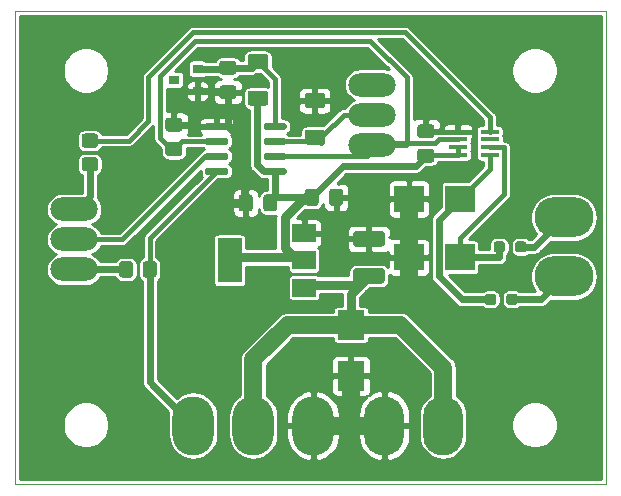
<source format=gbr>
%TF.GenerationSoftware,KiCad,Pcbnew,5.1.10*%
%TF.CreationDate,2021-12-10T14:53:37+01:00*%
%TF.ProjectId,osculati_amperemetre_sensor,6f736375-6c61-4746-995f-616d70657265,rev?*%
%TF.SameCoordinates,Original*%
%TF.FileFunction,Copper,L2,Bot*%
%TF.FilePolarity,Positive*%
%FSLAX46Y46*%
G04 Gerber Fmt 4.6, Leading zero omitted, Abs format (unit mm)*
G04 Created by KiCad (PCBNEW 5.1.10) date 2021-12-10 14:53:37*
%MOMM*%
%LPD*%
G01*
G04 APERTURE LIST*
%TA.AperFunction,Profile*%
%ADD10C,0.050000*%
%TD*%
%TA.AperFunction,ComponentPad*%
%ADD11O,3.500000X5.000000*%
%TD*%
%TA.AperFunction,SMDPad,CuDef*%
%ADD12R,2.300000X2.500000*%
%TD*%
%TA.AperFunction,SMDPad,CuDef*%
%ADD13R,2.500000X2.300000*%
%TD*%
%TA.AperFunction,ComponentPad*%
%ADD14O,4.000000X2.000000*%
%TD*%
%TA.AperFunction,SMDPad,CuDef*%
%ADD15R,1.560000X0.400000*%
%TD*%
%TA.AperFunction,SMDPad,CuDef*%
%ADD16R,2.000000X1.500000*%
%TD*%
%TA.AperFunction,SMDPad,CuDef*%
%ADD17R,2.000000X3.800000*%
%TD*%
%TA.AperFunction,SMDPad,CuDef*%
%ADD18R,0.900000X0.800000*%
%TD*%
%TA.AperFunction,ComponentPad*%
%ADD19O,5.000000X3.400000*%
%TD*%
%TA.AperFunction,ComponentPad*%
%ADD20O,3.400000X5.000000*%
%TD*%
%TA.AperFunction,Conductor*%
%ADD21C,0.400000*%
%TD*%
%TA.AperFunction,Conductor*%
%ADD22C,0.600000*%
%TD*%
%TA.AperFunction,Conductor*%
%ADD23C,1.500000*%
%TD*%
%TA.AperFunction,Conductor*%
%ADD24C,0.800000*%
%TD*%
%TA.AperFunction,Conductor*%
%ADD25C,0.254000*%
%TD*%
%TA.AperFunction,Conductor*%
%ADD26C,0.100000*%
%TD*%
G04 APERTURE END LIST*
D10*
X160000000Y-95000000D02*
X110000000Y-95000000D01*
X160000000Y-135000000D02*
X160000000Y-95000000D01*
X110000000Y-135000000D02*
X160000000Y-135000000D01*
X110000000Y-95000000D02*
X110000000Y-135000000D01*
%TO.P,R4,1*%
%TO.N,/out*%
%TA.AperFunction,SMDPad,CuDef*%
G36*
G01*
X121996000Y-116389999D02*
X121996000Y-117290001D01*
G75*
G02*
X121746001Y-117540000I-249999J0D01*
G01*
X121045999Y-117540000D01*
G75*
G02*
X120796000Y-117290001I0J249999D01*
G01*
X120796000Y-116389999D01*
G75*
G02*
X121045999Y-116140000I249999J0D01*
G01*
X121746001Y-116140000D01*
G75*
G02*
X121996000Y-116389999I0J-249999D01*
G01*
G37*
%TD.AperFunction*%
%TO.P,R4,2*%
%TO.N,Net-(R4-Pad2)*%
%TA.AperFunction,SMDPad,CuDef*%
G36*
G01*
X119996000Y-116389999D02*
X119996000Y-117290001D01*
G75*
G02*
X119746001Y-117540000I-249999J0D01*
G01*
X119045999Y-117540000D01*
G75*
G02*
X118796000Y-117290001I0J249999D01*
G01*
X118796000Y-116389999D01*
G75*
G02*
X119045999Y-116140000I249999J0D01*
G01*
X119746001Y-116140000D01*
G75*
G02*
X119996000Y-116389999I0J-249999D01*
G01*
G37*
%TD.AperFunction*%
%TD*%
%TO.P,C5,2*%
%TO.N,GND*%
%TA.AperFunction,SMDPad,CuDef*%
G36*
G01*
X136594000Y-111219000D02*
X136594000Y-110269000D01*
G75*
G02*
X136844000Y-110019000I250000J0D01*
G01*
X137519000Y-110019000D01*
G75*
G02*
X137769000Y-110269000I0J-250000D01*
G01*
X137769000Y-111219000D01*
G75*
G02*
X137519000Y-111469000I-250000J0D01*
G01*
X136844000Y-111469000D01*
G75*
G02*
X136594000Y-111219000I0J250000D01*
G01*
G37*
%TD.AperFunction*%
%TO.P,C5,1*%
%TO.N,+5V*%
%TA.AperFunction,SMDPad,CuDef*%
G36*
G01*
X134519000Y-111219000D02*
X134519000Y-110269000D01*
G75*
G02*
X134769000Y-110019000I250000J0D01*
G01*
X135444000Y-110019000D01*
G75*
G02*
X135694000Y-110269000I0J-250000D01*
G01*
X135694000Y-111219000D01*
G75*
G02*
X135444000Y-111469000I-250000J0D01*
G01*
X134769000Y-111469000D01*
G75*
G02*
X134519000Y-111219000I0J250000D01*
G01*
G37*
%TD.AperFunction*%
%TD*%
D11*
%TO.P,J3,3*%
%TO.N,/out*%
X125087000Y-130063000D03*
%TO.P,J3,2*%
%TO.N,/+12V*%
X130167000Y-130063000D03*
%TO.P,J3,1*%
%TO.N,GND*%
X135247000Y-130063000D03*
%TD*%
D12*
%TO.P,D1,2*%
%TO.N,GND*%
X138430000Y-125848000D03*
%TO.P,D1,1*%
%TO.N,/+12V*%
X138430000Y-121548000D03*
%TD*%
D13*
%TO.P,D2,2*%
%TO.N,GND*%
X143352000Y-110871000D03*
%TO.P,D2,1*%
%TO.N,Net-(D2-Pad1)*%
X147652000Y-110871000D03*
%TD*%
D14*
%TO.P,RV1,3*%
%TO.N,Net-(C4-Pad1)*%
X140208000Y-106273600D03*
%TO.P,RV1,2*%
%TO.N,Net-(R2-Pad1)*%
X140208000Y-103733600D03*
%TO.P,RV1,1*%
%TO.N,N/C*%
X140208000Y-101193600D03*
%TD*%
D15*
%TO.P,U3,8*%
%TO.N,Net-(D2-Pad1)*%
X150194000Y-107152000D03*
%TO.P,U3,7*%
%TO.N,Net-(D3-Pad1)*%
X150194000Y-106502000D03*
%TO.P,U3,6*%
%TO.N,N/C*%
X150194000Y-105842000D03*
%TO.P,U3,5*%
%TO.N,Net-(R3-Pad2)*%
X150194000Y-105192000D03*
%TO.P,U3,4*%
%TO.N,GND*%
X147494000Y-105192000D03*
%TO.P,U3,3*%
%TO.N,Net-(C4-Pad1)*%
X147494000Y-105842000D03*
%TO.P,U3,2*%
%TO.N,+5V*%
X147494000Y-106502000D03*
%TO.P,U3,1*%
X147494000Y-107152000D03*
%TD*%
%TO.P,C3,2*%
%TO.N,GND*%
%TA.AperFunction,SMDPad,CuDef*%
G36*
G01*
X145255000Y-105722000D02*
X144305000Y-105722000D01*
G75*
G02*
X144055000Y-105472000I0J250000D01*
G01*
X144055000Y-104797000D01*
G75*
G02*
X144305000Y-104547000I250000J0D01*
G01*
X145255000Y-104547000D01*
G75*
G02*
X145505000Y-104797000I0J-250000D01*
G01*
X145505000Y-105472000D01*
G75*
G02*
X145255000Y-105722000I-250000J0D01*
G01*
G37*
%TD.AperFunction*%
%TO.P,C3,1*%
%TO.N,+5V*%
%TA.AperFunction,SMDPad,CuDef*%
G36*
G01*
X145255000Y-107797000D02*
X144305000Y-107797000D01*
G75*
G02*
X144055000Y-107547000I0J250000D01*
G01*
X144055000Y-106872000D01*
G75*
G02*
X144305000Y-106622000I250000J0D01*
G01*
X145255000Y-106622000D01*
G75*
G02*
X145505000Y-106872000I0J-250000D01*
G01*
X145505000Y-107547000D01*
G75*
G02*
X145255000Y-107797000I-250000J0D01*
G01*
G37*
%TD.AperFunction*%
%TD*%
%TO.P,R1,2*%
%TO.N,Net-(C1-Pad1)*%
%TA.AperFunction,SMDPad,CuDef*%
G36*
G01*
X131181001Y-99898000D02*
X129930999Y-99898000D01*
G75*
G02*
X129681000Y-99648001I0J249999D01*
G01*
X129681000Y-98847999D01*
G75*
G02*
X129930999Y-98598000I249999J0D01*
G01*
X131181001Y-98598000D01*
G75*
G02*
X131431000Y-98847999I0J-249999D01*
G01*
X131431000Y-99648001D01*
G75*
G02*
X131181001Y-99898000I-249999J0D01*
G01*
G37*
%TD.AperFunction*%
%TO.P,R1,1*%
%TO.N,+5V*%
%TA.AperFunction,SMDPad,CuDef*%
G36*
G01*
X131181001Y-102998000D02*
X129930999Y-102998000D01*
G75*
G02*
X129681000Y-102748001I0J249999D01*
G01*
X129681000Y-101947999D01*
G75*
G02*
X129930999Y-101698000I249999J0D01*
G01*
X131181001Y-101698000D01*
G75*
G02*
X131431000Y-101947999I0J-249999D01*
G01*
X131431000Y-102748001D01*
G75*
G02*
X131181001Y-102998000I-249999J0D01*
G01*
G37*
%TD.AperFunction*%
%TD*%
D14*
%TO.P,RV2,3*%
%TO.N,Net-(R4-Pad2)*%
X115000000Y-116847600D03*
%TO.P,RV2,2*%
%TO.N,Net-(RV2-Pad2)*%
X115000000Y-114307600D03*
%TO.P,RV2,1*%
%TO.N,Net-(R3-Pad1)*%
X115000000Y-111767600D03*
%TD*%
D16*
%TO.P,U4,1*%
%TO.N,GND*%
X134468000Y-113778000D03*
%TO.P,U4,3*%
%TO.N,/+12V*%
X134468000Y-118378000D03*
%TO.P,U4,2*%
%TO.N,+5V*%
X134468000Y-116078000D03*
D17*
X128168000Y-116078000D03*
%TD*%
%TO.P,U2,8*%
%TO.N,+5V*%
%TA.AperFunction,SMDPad,CuDef*%
G36*
G01*
X131040000Y-108695000D02*
X131040000Y-108395000D01*
G75*
G02*
X131190000Y-108245000I150000J0D01*
G01*
X132840000Y-108245000D01*
G75*
G02*
X132990000Y-108395000I0J-150000D01*
G01*
X132990000Y-108695000D01*
G75*
G02*
X132840000Y-108845000I-150000J0D01*
G01*
X131190000Y-108845000D01*
G75*
G02*
X131040000Y-108695000I0J150000D01*
G01*
G37*
%TD.AperFunction*%
%TO.P,U2,7*%
%TO.N,Net-(C4-Pad1)*%
%TA.AperFunction,SMDPad,CuDef*%
G36*
G01*
X131040000Y-107425000D02*
X131040000Y-107125000D01*
G75*
G02*
X131190000Y-106975000I150000J0D01*
G01*
X132840000Y-106975000D01*
G75*
G02*
X132990000Y-107125000I0J-150000D01*
G01*
X132990000Y-107425000D01*
G75*
G02*
X132840000Y-107575000I-150000J0D01*
G01*
X131190000Y-107575000D01*
G75*
G02*
X131040000Y-107425000I0J150000D01*
G01*
G37*
%TD.AperFunction*%
%TO.P,U2,6*%
%TO.N,Net-(R2-Pad1)*%
%TA.AperFunction,SMDPad,CuDef*%
G36*
G01*
X131040000Y-106155000D02*
X131040000Y-105855000D01*
G75*
G02*
X131190000Y-105705000I150000J0D01*
G01*
X132840000Y-105705000D01*
G75*
G02*
X132990000Y-105855000I0J-150000D01*
G01*
X132990000Y-106155000D01*
G75*
G02*
X132840000Y-106305000I-150000J0D01*
G01*
X131190000Y-106305000D01*
G75*
G02*
X131040000Y-106155000I0J150000D01*
G01*
G37*
%TD.AperFunction*%
%TO.P,U2,5*%
%TO.N,Net-(C1-Pad1)*%
%TA.AperFunction,SMDPad,CuDef*%
G36*
G01*
X131040000Y-104885000D02*
X131040000Y-104585000D01*
G75*
G02*
X131190000Y-104435000I150000J0D01*
G01*
X132840000Y-104435000D01*
G75*
G02*
X132990000Y-104585000I0J-150000D01*
G01*
X132990000Y-104885000D01*
G75*
G02*
X132840000Y-105035000I-150000J0D01*
G01*
X131190000Y-105035000D01*
G75*
G02*
X131040000Y-104885000I0J150000D01*
G01*
G37*
%TD.AperFunction*%
%TO.P,U2,4*%
%TO.N,GND*%
%TA.AperFunction,SMDPad,CuDef*%
G36*
G01*
X126090000Y-104885000D02*
X126090000Y-104585000D01*
G75*
G02*
X126240000Y-104435000I150000J0D01*
G01*
X127890000Y-104435000D01*
G75*
G02*
X128040000Y-104585000I0J-150000D01*
G01*
X128040000Y-104885000D01*
G75*
G02*
X127890000Y-105035000I-150000J0D01*
G01*
X126240000Y-105035000D01*
G75*
G02*
X126090000Y-104885000I0J150000D01*
G01*
G37*
%TD.AperFunction*%
%TO.P,U2,3*%
%TO.N,Net-(C4-Pad1)*%
%TA.AperFunction,SMDPad,CuDef*%
G36*
G01*
X126090000Y-106155000D02*
X126090000Y-105855000D01*
G75*
G02*
X126240000Y-105705000I150000J0D01*
G01*
X127890000Y-105705000D01*
G75*
G02*
X128040000Y-105855000I0J-150000D01*
G01*
X128040000Y-106155000D01*
G75*
G02*
X127890000Y-106305000I-150000J0D01*
G01*
X126240000Y-106305000D01*
G75*
G02*
X126090000Y-106155000I0J150000D01*
G01*
G37*
%TD.AperFunction*%
%TO.P,U2,2*%
%TO.N,Net-(RV2-Pad2)*%
%TA.AperFunction,SMDPad,CuDef*%
G36*
G01*
X126090000Y-107425000D02*
X126090000Y-107125000D01*
G75*
G02*
X126240000Y-106975000I150000J0D01*
G01*
X127890000Y-106975000D01*
G75*
G02*
X128040000Y-107125000I0J-150000D01*
G01*
X128040000Y-107425000D01*
G75*
G02*
X127890000Y-107575000I-150000J0D01*
G01*
X126240000Y-107575000D01*
G75*
G02*
X126090000Y-107425000I0J150000D01*
G01*
G37*
%TD.AperFunction*%
%TO.P,U2,1*%
%TO.N,/out*%
%TA.AperFunction,SMDPad,CuDef*%
G36*
G01*
X126090000Y-108695000D02*
X126090000Y-108395000D01*
G75*
G02*
X126240000Y-108245000I150000J0D01*
G01*
X127890000Y-108245000D01*
G75*
G02*
X128040000Y-108395000I0J-150000D01*
G01*
X128040000Y-108695000D01*
G75*
G02*
X127890000Y-108845000I-150000J0D01*
G01*
X126240000Y-108845000D01*
G75*
G02*
X126090000Y-108695000I0J150000D01*
G01*
G37*
%TD.AperFunction*%
%TD*%
D18*
%TO.P,U1,3*%
%TO.N,N/C*%
X123460000Y-100798000D03*
%TO.P,U1,2*%
%TO.N,GND*%
X125460000Y-101748000D03*
%TO.P,U1,1*%
%TO.N,Net-(C1-Pad1)*%
X125460000Y-99848000D03*
%TD*%
%TO.P,R3,2*%
%TO.N,Net-(R3-Pad2)*%
%TA.AperFunction,SMDPad,CuDef*%
G36*
G01*
X116782001Y-106534000D02*
X115881999Y-106534000D01*
G75*
G02*
X115632000Y-106284001I0J249999D01*
G01*
X115632000Y-105583999D01*
G75*
G02*
X115881999Y-105334000I249999J0D01*
G01*
X116782001Y-105334000D01*
G75*
G02*
X117032000Y-105583999I0J-249999D01*
G01*
X117032000Y-106284001D01*
G75*
G02*
X116782001Y-106534000I-249999J0D01*
G01*
G37*
%TD.AperFunction*%
%TO.P,R3,1*%
%TO.N,Net-(R3-Pad1)*%
%TA.AperFunction,SMDPad,CuDef*%
G36*
G01*
X116782001Y-108534000D02*
X115881999Y-108534000D01*
G75*
G02*
X115632000Y-108284001I0J249999D01*
G01*
X115632000Y-107583999D01*
G75*
G02*
X115881999Y-107334000I249999J0D01*
G01*
X116782001Y-107334000D01*
G75*
G02*
X117032000Y-107583999I0J-249999D01*
G01*
X117032000Y-108284001D01*
G75*
G02*
X116782001Y-108534000I-249999J0D01*
G01*
G37*
%TD.AperFunction*%
%TD*%
%TO.P,R2,2*%
%TO.N,GND*%
%TA.AperFunction,SMDPad,CuDef*%
G36*
G01*
X136007001Y-103200000D02*
X134756999Y-103200000D01*
G75*
G02*
X134507000Y-102950001I0J249999D01*
G01*
X134507000Y-102149999D01*
G75*
G02*
X134756999Y-101900000I249999J0D01*
G01*
X136007001Y-101900000D01*
G75*
G02*
X136257000Y-102149999I0J-249999D01*
G01*
X136257000Y-102950001D01*
G75*
G02*
X136007001Y-103200000I-249999J0D01*
G01*
G37*
%TD.AperFunction*%
%TO.P,R2,1*%
%TO.N,Net-(R2-Pad1)*%
%TA.AperFunction,SMDPad,CuDef*%
G36*
G01*
X136007001Y-106300000D02*
X134756999Y-106300000D01*
G75*
G02*
X134507000Y-106050001I0J249999D01*
G01*
X134507000Y-105249999D01*
G75*
G02*
X134756999Y-105000000I249999J0D01*
G01*
X136007001Y-105000000D01*
G75*
G02*
X136257000Y-105249999I0J-249999D01*
G01*
X136257000Y-106050001D01*
G75*
G02*
X136007001Y-106300000I-249999J0D01*
G01*
G37*
%TD.AperFunction*%
%TD*%
D19*
%TO.P,J2,2*%
%TO.N,/IN+*%
X156464000Y-117435000D03*
%TO.P,J2,1*%
%TO.N,/IN-*%
X156464000Y-112435000D03*
%TD*%
D20*
%TO.P,J1,2*%
%TO.N,GND*%
X141247000Y-130063000D03*
%TO.P,J1,1*%
%TO.N,/+12V*%
X146247000Y-130063000D03*
%TD*%
%TO.P,F2,2*%
%TO.N,/IN+*%
%TA.AperFunction,SMDPad,CuDef*%
G36*
G01*
X151578500Y-119617500D02*
X151578500Y-119142500D01*
G75*
G02*
X151816000Y-118905000I237500J0D01*
G01*
X152316000Y-118905000D01*
G75*
G02*
X152553500Y-119142500I0J-237500D01*
G01*
X152553500Y-119617500D01*
G75*
G02*
X152316000Y-119855000I-237500J0D01*
G01*
X151816000Y-119855000D01*
G75*
G02*
X151578500Y-119617500I0J237500D01*
G01*
G37*
%TD.AperFunction*%
%TO.P,F2,1*%
%TO.N,Net-(D2-Pad1)*%
%TA.AperFunction,SMDPad,CuDef*%
G36*
G01*
X149753500Y-119617500D02*
X149753500Y-119142500D01*
G75*
G02*
X149991000Y-118905000I237500J0D01*
G01*
X150491000Y-118905000D01*
G75*
G02*
X150728500Y-119142500I0J-237500D01*
G01*
X150728500Y-119617500D01*
G75*
G02*
X150491000Y-119855000I-237500J0D01*
G01*
X149991000Y-119855000D01*
G75*
G02*
X149753500Y-119617500I0J237500D01*
G01*
G37*
%TD.AperFunction*%
%TD*%
%TO.P,F1,2*%
%TO.N,/IN-*%
%TA.AperFunction,SMDPad,CuDef*%
G36*
G01*
X152340500Y-115172500D02*
X152340500Y-114697500D01*
G75*
G02*
X152578000Y-114460000I237500J0D01*
G01*
X153078000Y-114460000D01*
G75*
G02*
X153315500Y-114697500I0J-237500D01*
G01*
X153315500Y-115172500D01*
G75*
G02*
X153078000Y-115410000I-237500J0D01*
G01*
X152578000Y-115410000D01*
G75*
G02*
X152340500Y-115172500I0J237500D01*
G01*
G37*
%TD.AperFunction*%
%TO.P,F1,1*%
%TO.N,Net-(D3-Pad1)*%
%TA.AperFunction,SMDPad,CuDef*%
G36*
G01*
X150515500Y-115172500D02*
X150515500Y-114697500D01*
G75*
G02*
X150753000Y-114460000I237500J0D01*
G01*
X151253000Y-114460000D01*
G75*
G02*
X151490500Y-114697500I0J-237500D01*
G01*
X151490500Y-115172500D01*
G75*
G02*
X151253000Y-115410000I-237500J0D01*
G01*
X150753000Y-115410000D01*
G75*
G02*
X150515500Y-115172500I0J237500D01*
G01*
G37*
%TD.AperFunction*%
%TD*%
D13*
%TO.P,D3,2*%
%TO.N,GND*%
X143352000Y-115824000D03*
%TO.P,D3,1*%
%TO.N,Net-(D3-Pad1)*%
X147652000Y-115824000D03*
%TD*%
%TO.P,C6,2*%
%TO.N,GND*%
%TA.AperFunction,SMDPad,CuDef*%
G36*
G01*
X130106000Y-110737000D02*
X130106000Y-111687000D01*
G75*
G02*
X129856000Y-111937000I-250000J0D01*
G01*
X129181000Y-111937000D01*
G75*
G02*
X128931000Y-111687000I0J250000D01*
G01*
X128931000Y-110737000D01*
G75*
G02*
X129181000Y-110487000I250000J0D01*
G01*
X129856000Y-110487000D01*
G75*
G02*
X130106000Y-110737000I0J-250000D01*
G01*
G37*
%TD.AperFunction*%
%TO.P,C6,1*%
%TO.N,+5V*%
%TA.AperFunction,SMDPad,CuDef*%
G36*
G01*
X132181000Y-110737000D02*
X132181000Y-111687000D01*
G75*
G02*
X131931000Y-111937000I-250000J0D01*
G01*
X131256000Y-111937000D01*
G75*
G02*
X131006000Y-111687000I0J250000D01*
G01*
X131006000Y-110737000D01*
G75*
G02*
X131256000Y-110487000I250000J0D01*
G01*
X131931000Y-110487000D01*
G75*
G02*
X132181000Y-110737000I0J-250000D01*
G01*
G37*
%TD.AperFunction*%
%TD*%
%TO.P,C4,2*%
%TO.N,GND*%
%TA.AperFunction,SMDPad,CuDef*%
G36*
G01*
X123919000Y-105174000D02*
X122969000Y-105174000D01*
G75*
G02*
X122719000Y-104924000I0J250000D01*
G01*
X122719000Y-104249000D01*
G75*
G02*
X122969000Y-103999000I250000J0D01*
G01*
X123919000Y-103999000D01*
G75*
G02*
X124169000Y-104249000I0J-250000D01*
G01*
X124169000Y-104924000D01*
G75*
G02*
X123919000Y-105174000I-250000J0D01*
G01*
G37*
%TD.AperFunction*%
%TO.P,C4,1*%
%TO.N,Net-(C4-Pad1)*%
%TA.AperFunction,SMDPad,CuDef*%
G36*
G01*
X123919000Y-107249000D02*
X122969000Y-107249000D01*
G75*
G02*
X122719000Y-106999000I0J250000D01*
G01*
X122719000Y-106324000D01*
G75*
G02*
X122969000Y-106074000I250000J0D01*
G01*
X123919000Y-106074000D01*
G75*
G02*
X124169000Y-106324000I0J-250000D01*
G01*
X124169000Y-106999000D01*
G75*
G02*
X123919000Y-107249000I-250000J0D01*
G01*
G37*
%TD.AperFunction*%
%TD*%
%TO.P,C2,2*%
%TO.N,GND*%
%TA.AperFunction,SMDPad,CuDef*%
G36*
G01*
X141054002Y-114924000D02*
X138853998Y-114924000D01*
G75*
G02*
X138604000Y-114674002I0J249998D01*
G01*
X138604000Y-113848998D01*
G75*
G02*
X138853998Y-113599000I249998J0D01*
G01*
X141054002Y-113599000D01*
G75*
G02*
X141304000Y-113848998I0J-249998D01*
G01*
X141304000Y-114674002D01*
G75*
G02*
X141054002Y-114924000I-249998J0D01*
G01*
G37*
%TD.AperFunction*%
%TO.P,C2,1*%
%TO.N,/+12V*%
%TA.AperFunction,SMDPad,CuDef*%
G36*
G01*
X141054002Y-118049000D02*
X138853998Y-118049000D01*
G75*
G02*
X138604000Y-117799002I0J249998D01*
G01*
X138604000Y-116973998D01*
G75*
G02*
X138853998Y-116724000I249998J0D01*
G01*
X141054002Y-116724000D01*
G75*
G02*
X141304000Y-116973998I0J-249998D01*
G01*
X141304000Y-117799002D01*
G75*
G02*
X141054002Y-118049000I-249998J0D01*
G01*
G37*
%TD.AperFunction*%
%TD*%
%TO.P,C1,2*%
%TO.N,GND*%
%TA.AperFunction,SMDPad,CuDef*%
G36*
G01*
X127541000Y-101248000D02*
X128491000Y-101248000D01*
G75*
G02*
X128741000Y-101498000I0J-250000D01*
G01*
X128741000Y-102173000D01*
G75*
G02*
X128491000Y-102423000I-250000J0D01*
G01*
X127541000Y-102423000D01*
G75*
G02*
X127291000Y-102173000I0J250000D01*
G01*
X127291000Y-101498000D01*
G75*
G02*
X127541000Y-101248000I250000J0D01*
G01*
G37*
%TD.AperFunction*%
%TO.P,C1,1*%
%TO.N,Net-(C1-Pad1)*%
%TA.AperFunction,SMDPad,CuDef*%
G36*
G01*
X127541000Y-99173000D02*
X128491000Y-99173000D01*
G75*
G02*
X128741000Y-99423000I0J-250000D01*
G01*
X128741000Y-100098000D01*
G75*
G02*
X128491000Y-100348000I-250000J0D01*
G01*
X127541000Y-100348000D01*
G75*
G02*
X127291000Y-100098000I0J250000D01*
G01*
X127291000Y-99423000D01*
G75*
G02*
X127541000Y-99173000I250000J0D01*
G01*
G37*
%TD.AperFunction*%
%TD*%
D21*
%TO.N,GND*%
X123592500Y-104735000D02*
X123444000Y-104586500D01*
X127065000Y-104735000D02*
X123592500Y-104735000D01*
D22*
X129418500Y-108612000D02*
X129518500Y-108712000D01*
X129418500Y-106113500D02*
X129418500Y-111112000D01*
X128040000Y-104735000D02*
X129418500Y-106113500D01*
X127065000Y-104735000D02*
X128040000Y-104735000D01*
X127928500Y-101748000D02*
X128016000Y-101835500D01*
X125460000Y-101748000D02*
X127928500Y-101748000D01*
X128016000Y-101835500D02*
X128016000Y-104608000D01*
D21*
X147494000Y-105192000D02*
X145070000Y-105192000D01*
D23*
X143352000Y-110871000D02*
X143352000Y-115824000D01*
X143352000Y-115824000D02*
X143352000Y-118596000D01*
X145660000Y-120904000D02*
X145660000Y-119060492D01*
X145195508Y-118596000D02*
X143352000Y-118596000D01*
X145660000Y-119060492D02*
X145195508Y-118596000D01*
D24*
X135509000Y-130325000D02*
X135247000Y-130063000D01*
D23*
X138430000Y-129667000D02*
X138034000Y-130063000D01*
X138430000Y-125848000D02*
X138430000Y-129667000D01*
X135247000Y-130063000D02*
X138034000Y-130063000D01*
X138034000Y-130063000D02*
X141247000Y-130063000D01*
D24*
X127974990Y-134324990D02*
X136820010Y-134324990D01*
X127487010Y-133837010D02*
X127974990Y-134324990D01*
X127487010Y-124897030D02*
X127487010Y-133837010D01*
X138430000Y-130459000D02*
X138034000Y-130063000D01*
X138430000Y-132715000D02*
X138430000Y-130459000D01*
D23*
X148947010Y-131981380D02*
X146953400Y-133974990D01*
X145660000Y-120904000D02*
X148947010Y-124191010D01*
X148947010Y-124191010D02*
X148947010Y-131981380D01*
X138927990Y-133974990D02*
X138049000Y-133096000D01*
X146953400Y-133974990D02*
X138927990Y-133974990D01*
D24*
X136820010Y-134324990D02*
X138049000Y-133096000D01*
D23*
X138430000Y-132715000D02*
X138049000Y-133096000D01*
X138430000Y-129667000D02*
X138430000Y-132715000D01*
D24*
X124357990Y-121768010D02*
X125056490Y-122466510D01*
X124357990Y-114949072D02*
X124357990Y-121768010D01*
X125056490Y-122466510D02*
X127487010Y-124897030D01*
X128095062Y-111212000D02*
X129518500Y-111212000D01*
X124357990Y-114949072D02*
X128095062Y-111212000D01*
D22*
%TO.N,Net-(C1-Pad1)*%
X127928500Y-99848000D02*
X128016000Y-99760500D01*
X125460000Y-99848000D02*
X127928500Y-99848000D01*
X130043500Y-99760500D02*
X130556000Y-99248000D01*
X128016000Y-99760500D02*
X130043500Y-99760500D01*
D21*
X132015000Y-104735000D02*
X132015000Y-100733000D01*
X132015000Y-100733000D02*
X130810000Y-99528000D01*
D22*
%TO.N,/+12V*%
X146247000Y-130563000D02*
X146747000Y-131063000D01*
D23*
X145406000Y-129222000D02*
X146247000Y-130063000D01*
D24*
X139216500Y-118124000D02*
X139954000Y-117386500D01*
X134468000Y-118124000D02*
X139216500Y-118124000D01*
D23*
X138430000Y-121548000D02*
X142630000Y-121548000D01*
X146247000Y-125165000D02*
X146247000Y-130063000D01*
X142630000Y-121548000D02*
X146247000Y-125165000D01*
X138430000Y-121548000D02*
X133087000Y-121548000D01*
X130167000Y-124468000D02*
X130167000Y-130063000D01*
X133087000Y-121548000D02*
X130167000Y-124468000D01*
D24*
X138430000Y-118910500D02*
X139954000Y-117386500D01*
X138430000Y-121548000D02*
X138430000Y-118910500D01*
%TO.N,+5V*%
X134468000Y-115824000D02*
X131826000Y-115824000D01*
X131826000Y-115824000D02*
X128168000Y-115824000D01*
D22*
X132015000Y-108545000D02*
X132015000Y-110790500D01*
X130489990Y-107994990D02*
X130489990Y-102388010D01*
X132015000Y-108545000D02*
X131040000Y-108545000D01*
X131040000Y-108545000D02*
X130489990Y-107994990D01*
D21*
X147494000Y-107152000D02*
X144816000Y-107152000D01*
X147494000Y-106502000D02*
X147494000Y-107014000D01*
D24*
X134519000Y-110744000D02*
X135106500Y-110744000D01*
X132817999Y-112445001D02*
X134519000Y-110744000D01*
X132817999Y-115048001D02*
X132817999Y-112445001D01*
X133847998Y-116078000D02*
X132817999Y-115048001D01*
X134468000Y-116078000D02*
X133847998Y-116078000D01*
D22*
X132061500Y-110744000D02*
X131593500Y-111212000D01*
X135106500Y-110744000D02*
X132061500Y-110744000D01*
X143912500Y-108077000D02*
X144780000Y-107209500D01*
X135106500Y-110744000D02*
X137773500Y-108077000D01*
X137773500Y-108077000D02*
X143912500Y-108077000D01*
D21*
%TO.N,Net-(C4-Pad1)*%
X124100500Y-106005000D02*
X123444000Y-106661500D01*
X127065000Y-106005000D02*
X124100500Y-106005000D01*
X132015000Y-107275000D02*
X139765000Y-107275000D01*
X139765000Y-107275000D02*
X140540000Y-106500000D01*
X122268990Y-100459756D02*
X122268990Y-105728990D01*
X143116000Y-106273600D02*
X143166010Y-106223590D01*
X140716000Y-106273600D02*
X143116000Y-106273600D01*
X143166010Y-100592987D02*
X140071003Y-97497980D01*
X140071003Y-97497980D02*
X125230766Y-97497980D01*
X125230766Y-97497980D02*
X122268990Y-100459756D01*
X143166010Y-106223590D02*
X143166010Y-100592987D01*
X122268990Y-105728990D02*
X123040000Y-106500000D01*
X123040000Y-106500000D02*
X123540000Y-107000000D01*
X145874966Y-105842000D02*
X145544966Y-106172000D01*
X147494000Y-105842000D02*
X145874966Y-105842000D01*
X145544966Y-106172000D02*
X138938000Y-106172000D01*
%TO.N,Net-(D2-Pad1)*%
X150194000Y-108329000D02*
X147652000Y-110871000D01*
X150194000Y-107152000D02*
X150194000Y-108329000D01*
D22*
X147817998Y-119380000D02*
X150241000Y-119380000D01*
X145851999Y-117414001D02*
X147817998Y-119380000D01*
X145851999Y-112671001D02*
X145851999Y-117414001D01*
X147652000Y-110871000D02*
X145851999Y-112671001D01*
D21*
%TO.N,Net-(D3-Pad1)*%
X151424001Y-106552001D02*
X151424001Y-110449999D01*
X150194000Y-106502000D02*
X151374000Y-106502000D01*
X151374000Y-106502000D02*
X151424001Y-106552001D01*
X147652000Y-114222000D02*
X147652000Y-115824000D01*
X151424001Y-110449999D02*
X147652000Y-114222000D01*
D22*
X151003000Y-114935000D02*
X151003000Y-115824000D01*
X151003000Y-115824000D02*
X147652000Y-115824000D01*
%TO.N,/IN-*%
X153964000Y-114935000D02*
X156464000Y-112435000D01*
X152828000Y-114935000D02*
X153964000Y-114935000D01*
%TO.N,/IN+*%
X154519000Y-119380000D02*
X156464000Y-117435000D01*
X152066000Y-119380000D02*
X154519000Y-119380000D01*
%TO.N,/out*%
X121396000Y-126372000D02*
X125087000Y-130063000D01*
X121396000Y-116840000D02*
X121396000Y-126372000D01*
D21*
X121396000Y-114214000D02*
X121396000Y-116840000D01*
X127065000Y-108545000D02*
X121396000Y-114214000D01*
%TO.N,Net-(R2-Pad1)*%
X132015000Y-106005000D02*
X135001000Y-106005000D01*
X135001000Y-106005000D02*
X135382000Y-105624000D01*
X135382000Y-105624000D02*
X135890000Y-106132000D01*
X140716000Y-103733600D02*
X137806400Y-103733600D01*
X137806400Y-103733600D02*
X136040000Y-105500000D01*
%TO.N,Net-(R3-Pad2)*%
X150194000Y-105192000D02*
X150194000Y-104194000D01*
X119618000Y-105934000D02*
X116332000Y-105934000D01*
X150194000Y-103966000D02*
X143002000Y-96774000D01*
X150194000Y-104194000D02*
X150194000Y-103966000D01*
X143002000Y-96774000D02*
X125035494Y-96774000D01*
X125035494Y-96774000D02*
X121285000Y-100524494D01*
X121285000Y-100524494D02*
X121285000Y-104267000D01*
X121285000Y-104267000D02*
X119618000Y-105934000D01*
D22*
%TO.N,Net-(R3-Pad1)*%
X116332000Y-107934000D02*
X116332000Y-110668000D01*
X116332000Y-110668000D02*
X115500000Y-111500000D01*
D21*
%TO.N,Net-(R4-Pad2)*%
X115000000Y-116847600D02*
X118879600Y-116847600D01*
X118879600Y-116847600D02*
X119126000Y-117094000D01*
D22*
X115007600Y-116840000D02*
X115000000Y-116847600D01*
X119396000Y-116840000D02*
X115007600Y-116840000D01*
D21*
%TO.N,Net-(RV2-Pad2)*%
X119057400Y-114307600D02*
X115000000Y-114307600D01*
X126090000Y-107275000D02*
X119057400Y-114307600D01*
X127065000Y-107275000D02*
X126090000Y-107275000D01*
%TD*%
D25*
%TO.N,GND*%
X159598000Y-134598000D02*
X110402000Y-134598000D01*
X110402000Y-129805282D01*
X114023000Y-129805282D01*
X114023000Y-130194718D01*
X114098975Y-130576670D01*
X114248005Y-130936461D01*
X114464364Y-131260264D01*
X114739736Y-131535636D01*
X115063539Y-131751995D01*
X115423330Y-131901025D01*
X115805282Y-131977000D01*
X116194718Y-131977000D01*
X116576670Y-131901025D01*
X116936461Y-131751995D01*
X117260264Y-131535636D01*
X117535636Y-131260264D01*
X117751995Y-130936461D01*
X117901025Y-130576670D01*
X117977000Y-130194718D01*
X117977000Y-129805282D01*
X117901025Y-129423330D01*
X117751995Y-129063539D01*
X117535636Y-128739736D01*
X117260264Y-128464364D01*
X116936461Y-128248005D01*
X116576670Y-128098975D01*
X116194718Y-128023000D01*
X115805282Y-128023000D01*
X115423330Y-128098975D01*
X115063539Y-128248005D01*
X114739736Y-128464364D01*
X114464364Y-128739736D01*
X114248005Y-129063539D01*
X114098975Y-129423330D01*
X114023000Y-129805282D01*
X110402000Y-129805282D01*
X110402000Y-111767600D01*
X112616338Y-111767600D01*
X112642925Y-112037539D01*
X112721663Y-112297105D01*
X112849527Y-112536321D01*
X113021603Y-112745997D01*
X113231279Y-112918073D01*
X113454898Y-113037600D01*
X113231279Y-113157127D01*
X113021603Y-113329203D01*
X112849527Y-113538879D01*
X112721663Y-113778095D01*
X112642925Y-114037661D01*
X112616338Y-114307600D01*
X112642925Y-114577539D01*
X112721663Y-114837105D01*
X112849527Y-115076321D01*
X113021603Y-115285997D01*
X113231279Y-115458073D01*
X113454898Y-115577600D01*
X113231279Y-115697127D01*
X113021603Y-115869203D01*
X112849527Y-116078879D01*
X112721663Y-116318095D01*
X112642925Y-116577661D01*
X112616338Y-116847600D01*
X112642925Y-117117539D01*
X112721663Y-117377105D01*
X112849527Y-117616321D01*
X113021603Y-117825997D01*
X113231279Y-117998073D01*
X113470495Y-118125937D01*
X113730061Y-118204675D01*
X113932360Y-118224600D01*
X116067640Y-118224600D01*
X116269939Y-118204675D01*
X116529505Y-118125937D01*
X116768721Y-117998073D01*
X116978397Y-117825997D01*
X117150473Y-117616321D01*
X117203561Y-117517000D01*
X118460904Y-117517000D01*
X118465042Y-117530641D01*
X118523152Y-117639356D01*
X118601354Y-117734646D01*
X118696644Y-117812848D01*
X118805359Y-117870958D01*
X118923322Y-117906741D01*
X119045999Y-117918824D01*
X119746001Y-117918824D01*
X119868678Y-117906741D01*
X119986641Y-117870958D01*
X120095356Y-117812848D01*
X120190646Y-117734646D01*
X120268848Y-117639356D01*
X120326958Y-117530641D01*
X120362741Y-117412678D01*
X120374824Y-117290001D01*
X120374824Y-116389999D01*
X120362741Y-116267322D01*
X120326958Y-116149359D01*
X120268848Y-116040644D01*
X120190646Y-115945354D01*
X120095356Y-115867152D01*
X119986641Y-115809042D01*
X119868678Y-115773259D01*
X119746001Y-115761176D01*
X119045999Y-115761176D01*
X118923322Y-115773259D01*
X118805359Y-115809042D01*
X118696644Y-115867152D01*
X118601354Y-115945354D01*
X118523152Y-116040644D01*
X118465042Y-116149359D01*
X118460904Y-116163000D01*
X117195437Y-116163000D01*
X117150473Y-116078879D01*
X116978397Y-115869203D01*
X116768721Y-115697127D01*
X116545102Y-115577600D01*
X116768721Y-115458073D01*
X116978397Y-115285997D01*
X117150473Y-115076321D01*
X117252950Y-114884600D01*
X119029069Y-114884600D01*
X119057400Y-114887390D01*
X119085731Y-114884600D01*
X119085736Y-114884600D01*
X119115445Y-114881674D01*
X119170511Y-114876251D01*
X119215170Y-114862703D01*
X119279276Y-114843257D01*
X119379515Y-114789679D01*
X119467374Y-114717574D01*
X119485439Y-114695562D01*
X125711176Y-108469825D01*
X125711176Y-108695000D01*
X125721337Y-108798168D01*
X125751430Y-108897372D01*
X125800299Y-108988799D01*
X125802508Y-108991491D01*
X121008038Y-113785961D01*
X120986026Y-113804026D01*
X120913921Y-113891886D01*
X120860343Y-113992125D01*
X120855907Y-114006750D01*
X120827349Y-114100889D01*
X120823059Y-114144450D01*
X120819090Y-114184760D01*
X120816210Y-114214000D01*
X120819000Y-114242331D01*
X120819001Y-115804904D01*
X120805359Y-115809042D01*
X120696644Y-115867152D01*
X120601354Y-115945354D01*
X120523152Y-116040644D01*
X120465042Y-116149359D01*
X120429259Y-116267322D01*
X120417176Y-116389999D01*
X120417176Y-117290001D01*
X120429259Y-117412678D01*
X120465042Y-117530641D01*
X120523152Y-117639356D01*
X120601354Y-117734646D01*
X120696644Y-117812848D01*
X120719000Y-117824798D01*
X120719001Y-126338745D01*
X120715726Y-126372000D01*
X120728796Y-126504714D01*
X120767508Y-126632329D01*
X120830372Y-126749940D01*
X120893776Y-126827198D01*
X120893779Y-126827201D01*
X120914974Y-126853027D01*
X120940800Y-126874222D01*
X122988252Y-128921674D01*
X122960000Y-129208513D01*
X122960000Y-130917486D01*
X122990776Y-131229964D01*
X123112401Y-131630905D01*
X123309907Y-132000415D01*
X123575707Y-132324293D01*
X123899585Y-132590093D01*
X124269094Y-132787599D01*
X124670035Y-132909224D01*
X125087000Y-132950291D01*
X125503964Y-132909224D01*
X125904905Y-132787599D01*
X126274415Y-132590093D01*
X126598293Y-132324293D01*
X126864093Y-132000415D01*
X127061599Y-131630906D01*
X127183224Y-131229965D01*
X127214000Y-130917487D01*
X127214000Y-129208514D01*
X127214000Y-129208513D01*
X128040000Y-129208513D01*
X128040000Y-130917486D01*
X128070776Y-131229964D01*
X128192401Y-131630905D01*
X128389907Y-132000415D01*
X128655707Y-132324293D01*
X128979585Y-132590093D01*
X129349094Y-132787599D01*
X129750035Y-132909224D01*
X130167000Y-132950291D01*
X130583964Y-132909224D01*
X130984905Y-132787599D01*
X131354415Y-132590093D01*
X131678293Y-132324293D01*
X131944093Y-132000415D01*
X132141599Y-131630906D01*
X132263224Y-131229965D01*
X132294000Y-130917487D01*
X132294000Y-130186000D01*
X132970000Y-130186000D01*
X132970000Y-130936000D01*
X133037748Y-131377857D01*
X133190396Y-131798007D01*
X133422078Y-132180304D01*
X133723891Y-132510056D01*
X134084236Y-132774591D01*
X134489266Y-132963744D01*
X134769833Y-133039441D01*
X135124000Y-132954721D01*
X135124000Y-130186000D01*
X135370000Y-130186000D01*
X135370000Y-132954721D01*
X135724167Y-133039441D01*
X136004734Y-132963744D01*
X136409764Y-132774591D01*
X136770109Y-132510056D01*
X137071922Y-132180304D01*
X137303604Y-131798007D01*
X137456252Y-131377857D01*
X137524000Y-130936000D01*
X137524000Y-130186000D01*
X139020000Y-130186000D01*
X139020000Y-130986000D01*
X139086787Y-131418103D01*
X139236590Y-131828874D01*
X139463652Y-132202527D01*
X139759247Y-132524702D01*
X140112016Y-132783019D01*
X140508402Y-132967551D01*
X140777667Y-133039983D01*
X141124000Y-132954637D01*
X141124000Y-130186000D01*
X141370000Y-130186000D01*
X141370000Y-132954637D01*
X141716333Y-133039983D01*
X141985598Y-132967551D01*
X142381984Y-132783019D01*
X142734753Y-132524702D01*
X143030348Y-132202527D01*
X143257410Y-131828874D01*
X143407213Y-131418103D01*
X143474000Y-130986000D01*
X143474000Y-130186000D01*
X141370000Y-130186000D01*
X141124000Y-130186000D01*
X139020000Y-130186000D01*
X137524000Y-130186000D01*
X135370000Y-130186000D01*
X135124000Y-130186000D01*
X132970000Y-130186000D01*
X132294000Y-130186000D01*
X132294000Y-129208514D01*
X132292177Y-129190000D01*
X132970000Y-129190000D01*
X132970000Y-129940000D01*
X135124000Y-129940000D01*
X135124000Y-127171279D01*
X135370000Y-127171279D01*
X135370000Y-129940000D01*
X137524000Y-129940000D01*
X137524000Y-129190000D01*
X137456252Y-128748143D01*
X137303604Y-128327993D01*
X137071922Y-127945696D01*
X136770109Y-127615944D01*
X136409764Y-127351409D01*
X136004734Y-127162256D01*
X135766573Y-127098000D01*
X136750450Y-127098000D01*
X136760625Y-127201310D01*
X136790760Y-127300650D01*
X136839695Y-127392202D01*
X136905552Y-127472448D01*
X136985798Y-127538305D01*
X137077350Y-127587240D01*
X137176690Y-127617375D01*
X137280000Y-127627550D01*
X138175250Y-127625000D01*
X138307000Y-127493250D01*
X138307000Y-125971000D01*
X138553000Y-125971000D01*
X138553000Y-127493250D01*
X138684750Y-127625000D01*
X139580000Y-127627550D01*
X139683310Y-127617375D01*
X139775471Y-127589418D01*
X139759247Y-127601298D01*
X139463652Y-127923473D01*
X139236590Y-128297126D01*
X139086787Y-128707897D01*
X139020000Y-129140000D01*
X139020000Y-129940000D01*
X141124000Y-129940000D01*
X141124000Y-127171363D01*
X141370000Y-127171363D01*
X141370000Y-129940000D01*
X143474000Y-129940000D01*
X143474000Y-129140000D01*
X143407213Y-128707897D01*
X143257410Y-128297126D01*
X143030348Y-127923473D01*
X142734753Y-127601298D01*
X142381984Y-127342981D01*
X141985598Y-127158449D01*
X141716333Y-127086017D01*
X141370000Y-127171363D01*
X141124000Y-127171363D01*
X140777667Y-127086017D01*
X140508402Y-127158449D01*
X140112016Y-127342981D01*
X139983420Y-127437146D01*
X140020305Y-127392202D01*
X140069240Y-127300650D01*
X140099375Y-127201310D01*
X140109550Y-127098000D01*
X140107000Y-126102750D01*
X139975250Y-125971000D01*
X138553000Y-125971000D01*
X138307000Y-125971000D01*
X136884750Y-125971000D01*
X136753000Y-126102750D01*
X136750450Y-127098000D01*
X135766573Y-127098000D01*
X135724167Y-127086559D01*
X135370000Y-127171279D01*
X135124000Y-127171279D01*
X134769833Y-127086559D01*
X134489266Y-127162256D01*
X134084236Y-127351409D01*
X133723891Y-127615944D01*
X133422078Y-127945696D01*
X133190396Y-128327993D01*
X133037748Y-128748143D01*
X132970000Y-129190000D01*
X132292177Y-129190000D01*
X132263224Y-128896036D01*
X132141599Y-128495094D01*
X131944093Y-128125585D01*
X131678293Y-127801707D01*
X131354415Y-127535907D01*
X131294000Y-127503615D01*
X131294000Y-124934818D01*
X131630818Y-124598000D01*
X136750450Y-124598000D01*
X136753000Y-125593250D01*
X136884750Y-125725000D01*
X138307000Y-125725000D01*
X138307000Y-124202750D01*
X138553000Y-124202750D01*
X138553000Y-125725000D01*
X139975250Y-125725000D01*
X140107000Y-125593250D01*
X140109550Y-124598000D01*
X140099375Y-124494690D01*
X140069240Y-124395350D01*
X140020305Y-124303798D01*
X139954448Y-124223552D01*
X139874202Y-124157695D01*
X139782650Y-124108760D01*
X139683310Y-124078625D01*
X139580000Y-124068450D01*
X138684750Y-124071000D01*
X138553000Y-124202750D01*
X138307000Y-124202750D01*
X138175250Y-124071000D01*
X137280000Y-124068450D01*
X137176690Y-124078625D01*
X137077350Y-124108760D01*
X136985798Y-124157695D01*
X136905552Y-124223552D01*
X136839695Y-124303798D01*
X136790760Y-124395350D01*
X136760625Y-124494690D01*
X136750450Y-124598000D01*
X131630818Y-124598000D01*
X133553819Y-122675000D01*
X136901176Y-122675000D01*
X136901176Y-122798000D01*
X136908455Y-122871905D01*
X136930012Y-122942970D01*
X136965019Y-123008463D01*
X137012131Y-123065869D01*
X137069537Y-123112981D01*
X137135030Y-123147988D01*
X137206095Y-123169545D01*
X137280000Y-123176824D01*
X139580000Y-123176824D01*
X139653905Y-123169545D01*
X139724970Y-123147988D01*
X139790463Y-123112981D01*
X139847869Y-123065869D01*
X139894981Y-123008463D01*
X139929988Y-122942970D01*
X139951545Y-122871905D01*
X139958824Y-122798000D01*
X139958824Y-122675000D01*
X142163182Y-122675000D01*
X145120000Y-125631818D01*
X145120000Y-127510310D01*
X145087499Y-127527682D01*
X144771234Y-127787233D01*
X144511683Y-128103498D01*
X144318819Y-128464321D01*
X144200054Y-128855837D01*
X144170000Y-129160971D01*
X144170000Y-130965028D01*
X144200053Y-131270162D01*
X144318818Y-131661678D01*
X144511682Y-132022502D01*
X144771233Y-132338767D01*
X145087498Y-132598318D01*
X145448321Y-132791182D01*
X145839837Y-132909947D01*
X146247000Y-132950049D01*
X146654162Y-132909947D01*
X147045678Y-132791182D01*
X147406502Y-132598318D01*
X147722767Y-132338767D01*
X147982318Y-132022502D01*
X148175182Y-131661679D01*
X148293947Y-131270163D01*
X148324000Y-130965029D01*
X148324000Y-129805282D01*
X152023000Y-129805282D01*
X152023000Y-130194718D01*
X152098975Y-130576670D01*
X152248005Y-130936461D01*
X152464364Y-131260264D01*
X152739736Y-131535636D01*
X153063539Y-131751995D01*
X153423330Y-131901025D01*
X153805282Y-131977000D01*
X154194718Y-131977000D01*
X154576670Y-131901025D01*
X154936461Y-131751995D01*
X155260264Y-131535636D01*
X155535636Y-131260264D01*
X155751995Y-130936461D01*
X155901025Y-130576670D01*
X155977000Y-130194718D01*
X155977000Y-129805282D01*
X155901025Y-129423330D01*
X155751995Y-129063539D01*
X155535636Y-128739736D01*
X155260264Y-128464364D01*
X154936461Y-128248005D01*
X154576670Y-128098975D01*
X154194718Y-128023000D01*
X153805282Y-128023000D01*
X153423330Y-128098975D01*
X153063539Y-128248005D01*
X152739736Y-128464364D01*
X152464364Y-128739736D01*
X152248005Y-129063539D01*
X152098975Y-129423330D01*
X152023000Y-129805282D01*
X148324000Y-129805282D01*
X148324000Y-129160972D01*
X148293947Y-128855838D01*
X148175182Y-128464321D01*
X147982318Y-128103498D01*
X147722767Y-127787233D01*
X147406502Y-127527682D01*
X147374000Y-127510309D01*
X147374000Y-125220354D01*
X147379452Y-125164999D01*
X147374000Y-125109645D01*
X147374000Y-125109635D01*
X147357693Y-124944069D01*
X147293250Y-124731629D01*
X147221824Y-124598000D01*
X147188600Y-124535842D01*
X147120925Y-124453380D01*
X147047765Y-124364235D01*
X147004758Y-124328940D01*
X143466060Y-120790242D01*
X143430765Y-120747235D01*
X143259157Y-120606400D01*
X143063371Y-120501750D01*
X142850931Y-120437307D01*
X142685365Y-120421000D01*
X142685354Y-120421000D01*
X142630000Y-120415548D01*
X142574646Y-120421000D01*
X139958824Y-120421000D01*
X139958824Y-120298000D01*
X139951545Y-120224095D01*
X139929988Y-120153030D01*
X139894981Y-120087537D01*
X139847869Y-120030131D01*
X139790463Y-119983019D01*
X139724970Y-119948012D01*
X139653905Y-119926455D01*
X139580000Y-119919176D01*
X139207000Y-119919176D01*
X139207000Y-119232343D01*
X139738933Y-118700410D01*
X139768580Y-118676080D01*
X139792910Y-118646433D01*
X140011520Y-118427824D01*
X141054002Y-118427824D01*
X141176679Y-118415741D01*
X141294642Y-118379958D01*
X141403357Y-118321848D01*
X141498646Y-118243646D01*
X141576848Y-118148357D01*
X141634958Y-118039642D01*
X141670741Y-117921679D01*
X141682824Y-117799002D01*
X141682824Y-117293947D01*
X141727552Y-117348448D01*
X141807798Y-117414305D01*
X141899350Y-117463240D01*
X141998690Y-117493375D01*
X142102000Y-117503550D01*
X143097250Y-117501000D01*
X143229000Y-117369250D01*
X143229000Y-115947000D01*
X143475000Y-115947000D01*
X143475000Y-117369250D01*
X143606750Y-117501000D01*
X144602000Y-117503550D01*
X144705310Y-117493375D01*
X144804650Y-117463240D01*
X144896202Y-117414305D01*
X144976448Y-117348448D01*
X145042305Y-117268202D01*
X145091240Y-117176650D01*
X145121375Y-117077310D01*
X145131550Y-116974000D01*
X145129000Y-116078750D01*
X144997250Y-115947000D01*
X143475000Y-115947000D01*
X143229000Y-115947000D01*
X141706750Y-115947000D01*
X141575000Y-116078750D01*
X141573457Y-116620511D01*
X141498646Y-116529354D01*
X141403357Y-116451152D01*
X141294642Y-116393042D01*
X141176679Y-116357259D01*
X141054002Y-116345176D01*
X138853998Y-116345176D01*
X138731321Y-116357259D01*
X138613358Y-116393042D01*
X138504643Y-116451152D01*
X138409354Y-116529354D01*
X138331152Y-116624643D01*
X138273042Y-116733358D01*
X138237259Y-116851321D01*
X138225176Y-116973998D01*
X138225176Y-117347000D01*
X135719869Y-117347000D01*
X135678463Y-117313019D01*
X135612970Y-117278012D01*
X135541905Y-117256455D01*
X135468000Y-117249176D01*
X133468000Y-117249176D01*
X133394095Y-117256455D01*
X133323030Y-117278012D01*
X133257537Y-117313019D01*
X133200131Y-117360131D01*
X133153019Y-117417537D01*
X133118012Y-117483030D01*
X133096455Y-117554095D01*
X133089176Y-117628000D01*
X133089176Y-119128000D01*
X133096455Y-119201905D01*
X133118012Y-119272970D01*
X133153019Y-119338463D01*
X133200131Y-119395869D01*
X133257537Y-119442981D01*
X133323030Y-119477988D01*
X133394095Y-119499545D01*
X133468000Y-119506824D01*
X135468000Y-119506824D01*
X135541905Y-119499545D01*
X135612970Y-119477988D01*
X135678463Y-119442981D01*
X135735869Y-119395869D01*
X135782981Y-119338463D01*
X135817988Y-119272970D01*
X135839545Y-119201905D01*
X135846824Y-119128000D01*
X135846824Y-118901000D01*
X137650177Y-118901000D01*
X137649241Y-118910500D01*
X137653001Y-118948673D01*
X137653001Y-119919176D01*
X137280000Y-119919176D01*
X137206095Y-119926455D01*
X137135030Y-119948012D01*
X137069537Y-119983019D01*
X137012131Y-120030131D01*
X136965019Y-120087537D01*
X136930012Y-120153030D01*
X136908455Y-120224095D01*
X136901176Y-120298000D01*
X136901176Y-120421000D01*
X133142364Y-120421000D01*
X133087000Y-120415547D01*
X132866069Y-120437307D01*
X132653629Y-120501750D01*
X132457843Y-120606400D01*
X132329239Y-120711942D01*
X132329236Y-120711945D01*
X132286235Y-120747235D01*
X132250945Y-120790236D01*
X129409241Y-123631941D01*
X129366235Y-123667235D01*
X129225400Y-123838843D01*
X129120750Y-124034630D01*
X129056307Y-124247070D01*
X129040000Y-124412636D01*
X129040000Y-124412646D01*
X129034548Y-124468000D01*
X129040000Y-124523355D01*
X129040001Y-127503615D01*
X128979586Y-127535907D01*
X128655708Y-127801707D01*
X128389908Y-128125585D01*
X128192402Y-128495094D01*
X128070777Y-128896035D01*
X128040000Y-129208513D01*
X127214000Y-129208513D01*
X127183224Y-128896036D01*
X127061599Y-128495094D01*
X126864093Y-128125585D01*
X126598293Y-127801707D01*
X126274415Y-127535907D01*
X125904906Y-127338401D01*
X125503965Y-127216776D01*
X125087000Y-127175709D01*
X124670036Y-127216776D01*
X124269095Y-127338401D01*
X123899586Y-127535907D01*
X123689633Y-127708211D01*
X122073000Y-126091578D01*
X122073000Y-117824798D01*
X122095356Y-117812848D01*
X122190646Y-117734646D01*
X122268848Y-117639356D01*
X122326958Y-117530641D01*
X122362741Y-117412678D01*
X122374824Y-117290001D01*
X122374824Y-116389999D01*
X122362741Y-116267322D01*
X122326958Y-116149359D01*
X122268848Y-116040644D01*
X122190646Y-115945354D01*
X122095356Y-115867152D01*
X121986641Y-115809042D01*
X121973000Y-115804904D01*
X121973000Y-114453001D01*
X124489001Y-111937000D01*
X128401450Y-111937000D01*
X128411625Y-112040310D01*
X128441760Y-112139650D01*
X128490695Y-112231202D01*
X128556552Y-112311448D01*
X128636798Y-112377305D01*
X128728350Y-112426240D01*
X128827690Y-112456375D01*
X128931000Y-112466550D01*
X129263750Y-112464000D01*
X129395500Y-112332250D01*
X129395500Y-111335000D01*
X128535750Y-111335000D01*
X128404000Y-111466750D01*
X128401450Y-111937000D01*
X124489001Y-111937000D01*
X125939001Y-110487000D01*
X128401450Y-110487000D01*
X128404000Y-110957250D01*
X128535750Y-111089000D01*
X129395500Y-111089000D01*
X129395500Y-110091750D01*
X129263750Y-109960000D01*
X128931000Y-109957450D01*
X128827690Y-109967625D01*
X128728350Y-109997760D01*
X128636798Y-110046695D01*
X128556552Y-110112552D01*
X128490695Y-110192798D01*
X128441760Y-110284350D01*
X128411625Y-110383690D01*
X128401450Y-110487000D01*
X125939001Y-110487000D01*
X127202177Y-109223824D01*
X127890000Y-109223824D01*
X127993168Y-109213663D01*
X128092372Y-109183570D01*
X128183799Y-109134701D01*
X128263935Y-109068935D01*
X128329701Y-108988799D01*
X128378570Y-108897372D01*
X128408663Y-108798168D01*
X128418824Y-108695000D01*
X128418824Y-108395000D01*
X128408663Y-108291832D01*
X128378570Y-108192628D01*
X128329701Y-108101201D01*
X128263935Y-108021065D01*
X128183799Y-107955299D01*
X128099051Y-107910000D01*
X128183799Y-107864701D01*
X128263935Y-107798935D01*
X128329701Y-107718799D01*
X128378570Y-107627372D01*
X128408663Y-107528168D01*
X128418824Y-107425000D01*
X128418824Y-107125000D01*
X128408663Y-107021832D01*
X128378570Y-106922628D01*
X128329701Y-106831201D01*
X128263935Y-106751065D01*
X128183799Y-106685299D01*
X128099051Y-106640000D01*
X128183799Y-106594701D01*
X128263935Y-106528935D01*
X128329701Y-106448799D01*
X128378570Y-106357372D01*
X128408663Y-106258168D01*
X128418824Y-106155000D01*
X128418824Y-105855000D01*
X128408663Y-105751832D01*
X128378570Y-105652628D01*
X128329701Y-105561201D01*
X128282074Y-105503168D01*
X128334202Y-105475305D01*
X128414448Y-105409448D01*
X128480305Y-105329202D01*
X128529240Y-105237650D01*
X128559375Y-105138310D01*
X128569550Y-105035000D01*
X128567000Y-104989750D01*
X128435250Y-104858000D01*
X127188000Y-104858000D01*
X127188000Y-104878000D01*
X126942000Y-104878000D01*
X126942000Y-104858000D01*
X125694750Y-104858000D01*
X125563000Y-104989750D01*
X125560450Y-105035000D01*
X125570625Y-105138310D01*
X125600760Y-105237650D01*
X125649695Y-105329202D01*
X125715552Y-105409448D01*
X125738157Y-105428000D01*
X124630793Y-105428000D01*
X124658240Y-105376650D01*
X124688375Y-105277310D01*
X124698550Y-105174000D01*
X124696000Y-104841250D01*
X124564250Y-104709500D01*
X123567000Y-104709500D01*
X123567000Y-104729500D01*
X123321000Y-104729500D01*
X123321000Y-104709500D01*
X123301000Y-104709500D01*
X123301000Y-104463500D01*
X123321000Y-104463500D01*
X123321000Y-103603750D01*
X123567000Y-103603750D01*
X123567000Y-104463500D01*
X124564250Y-104463500D01*
X124592750Y-104435000D01*
X125560450Y-104435000D01*
X125563000Y-104480250D01*
X125694750Y-104612000D01*
X126942000Y-104612000D01*
X126942000Y-104039750D01*
X127188000Y-104039750D01*
X127188000Y-104612000D01*
X128435250Y-104612000D01*
X128567000Y-104480250D01*
X128569550Y-104435000D01*
X128559375Y-104331690D01*
X128529240Y-104232350D01*
X128480305Y-104140798D01*
X128414448Y-104060552D01*
X128334202Y-103994695D01*
X128242650Y-103945760D01*
X128143310Y-103915625D01*
X128040000Y-103905450D01*
X127319750Y-103908000D01*
X127188000Y-104039750D01*
X126942000Y-104039750D01*
X126810250Y-103908000D01*
X126090000Y-103905450D01*
X125986690Y-103915625D01*
X125887350Y-103945760D01*
X125795798Y-103994695D01*
X125715552Y-104060552D01*
X125649695Y-104140798D01*
X125600760Y-104232350D01*
X125570625Y-104331690D01*
X125560450Y-104435000D01*
X124592750Y-104435000D01*
X124696000Y-104331750D01*
X124698550Y-103999000D01*
X124688375Y-103895690D01*
X124658240Y-103796350D01*
X124609305Y-103704798D01*
X124543448Y-103624552D01*
X124463202Y-103558695D01*
X124371650Y-103509760D01*
X124272310Y-103479625D01*
X124169000Y-103469450D01*
X123698750Y-103472000D01*
X123567000Y-103603750D01*
X123321000Y-103603750D01*
X123189250Y-103472000D01*
X122845990Y-103470139D01*
X122845990Y-102148000D01*
X124480450Y-102148000D01*
X124490625Y-102251310D01*
X124520760Y-102350650D01*
X124569695Y-102442202D01*
X124635552Y-102522448D01*
X124715798Y-102588305D01*
X124807350Y-102637240D01*
X124906690Y-102667375D01*
X125010000Y-102677550D01*
X125205250Y-102675000D01*
X125337000Y-102543250D01*
X125337000Y-101871000D01*
X125583000Y-101871000D01*
X125583000Y-102543250D01*
X125714750Y-102675000D01*
X125910000Y-102677550D01*
X126013310Y-102667375D01*
X126112650Y-102637240D01*
X126204202Y-102588305D01*
X126284448Y-102522448D01*
X126350305Y-102442202D01*
X126360568Y-102423000D01*
X126761450Y-102423000D01*
X126771625Y-102526310D01*
X126801760Y-102625650D01*
X126850695Y-102717202D01*
X126916552Y-102797448D01*
X126996798Y-102863305D01*
X127088350Y-102912240D01*
X127187690Y-102942375D01*
X127291000Y-102952550D01*
X127761250Y-102950000D01*
X127893000Y-102818250D01*
X127893000Y-101958500D01*
X128139000Y-101958500D01*
X128139000Y-102818250D01*
X128270750Y-102950000D01*
X128741000Y-102952550D01*
X128844310Y-102942375D01*
X128943650Y-102912240D01*
X129035202Y-102863305D01*
X129115448Y-102797448D01*
X129181305Y-102717202D01*
X129230240Y-102625650D01*
X129260375Y-102526310D01*
X129270550Y-102423000D01*
X129268000Y-102090250D01*
X129136250Y-101958500D01*
X128139000Y-101958500D01*
X127893000Y-101958500D01*
X126895750Y-101958500D01*
X126764000Y-102090250D01*
X126761450Y-102423000D01*
X126360568Y-102423000D01*
X126399240Y-102350650D01*
X126429375Y-102251310D01*
X126439550Y-102148000D01*
X126437000Y-102002750D01*
X126305250Y-101871000D01*
X125583000Y-101871000D01*
X125337000Y-101871000D01*
X124614750Y-101871000D01*
X124483000Y-102002750D01*
X124480450Y-102148000D01*
X122845990Y-102148000D01*
X122845990Y-101537811D01*
X122865030Y-101547988D01*
X122936095Y-101569545D01*
X123010000Y-101576824D01*
X123910000Y-101576824D01*
X123983905Y-101569545D01*
X124054970Y-101547988D01*
X124120463Y-101512981D01*
X124177869Y-101465869D01*
X124224981Y-101408463D01*
X124257299Y-101348000D01*
X124480450Y-101348000D01*
X124483000Y-101493250D01*
X124614750Y-101625000D01*
X125337000Y-101625000D01*
X125337000Y-100952750D01*
X125583000Y-100952750D01*
X125583000Y-101625000D01*
X126305250Y-101625000D01*
X126437000Y-101493250D01*
X126439550Y-101348000D01*
X126429375Y-101244690D01*
X126399240Y-101145350D01*
X126350305Y-101053798D01*
X126284448Y-100973552D01*
X126204202Y-100907695D01*
X126112650Y-100858760D01*
X126013310Y-100828625D01*
X125910000Y-100818450D01*
X125714750Y-100821000D01*
X125583000Y-100952750D01*
X125337000Y-100952750D01*
X125205250Y-100821000D01*
X125010000Y-100818450D01*
X124906690Y-100828625D01*
X124807350Y-100858760D01*
X124715798Y-100907695D01*
X124635552Y-100973552D01*
X124569695Y-101053798D01*
X124520760Y-101145350D01*
X124490625Y-101244690D01*
X124480450Y-101348000D01*
X124257299Y-101348000D01*
X124259988Y-101342970D01*
X124281545Y-101271905D01*
X124288824Y-101198000D01*
X124288824Y-100398000D01*
X124281545Y-100324095D01*
X124259988Y-100253030D01*
X124224981Y-100187537D01*
X124177869Y-100130131D01*
X124120463Y-100083019D01*
X124054970Y-100048012D01*
X123983905Y-100026455D01*
X123910000Y-100019176D01*
X123525571Y-100019176D01*
X125469767Y-98074980D01*
X139832002Y-98074980D01*
X141643886Y-99886864D01*
X141477939Y-99836525D01*
X141275640Y-99816600D01*
X139140360Y-99816600D01*
X138938061Y-99836525D01*
X138678495Y-99915263D01*
X138439279Y-100043127D01*
X138229603Y-100215203D01*
X138057527Y-100424879D01*
X137929663Y-100664095D01*
X137850925Y-100923661D01*
X137824338Y-101193600D01*
X137850925Y-101463539D01*
X137929663Y-101723105D01*
X138057527Y-101962321D01*
X138229603Y-102171997D01*
X138439279Y-102344073D01*
X138662898Y-102463600D01*
X138439279Y-102583127D01*
X138229603Y-102755203D01*
X138057527Y-102964879D01*
X137955050Y-103156600D01*
X137834731Y-103156600D01*
X137806400Y-103153810D01*
X137778069Y-103156600D01*
X137778064Y-103156600D01*
X137751286Y-103159237D01*
X137693288Y-103164949D01*
X137629182Y-103184396D01*
X137584524Y-103197943D01*
X137484285Y-103251521D01*
X137396426Y-103323626D01*
X137378361Y-103345638D01*
X136094231Y-104629768D01*
X136007001Y-104621176D01*
X134756999Y-104621176D01*
X134634322Y-104633259D01*
X134516359Y-104669042D01*
X134407644Y-104727152D01*
X134312354Y-104805354D01*
X134234152Y-104900644D01*
X134176042Y-105009359D01*
X134140259Y-105127322D01*
X134128176Y-105249999D01*
X134128176Y-105428000D01*
X133149275Y-105428000D01*
X133133799Y-105415299D01*
X133049051Y-105370000D01*
X133133799Y-105324701D01*
X133213935Y-105258935D01*
X133279701Y-105178799D01*
X133328570Y-105087372D01*
X133358663Y-104988168D01*
X133368824Y-104885000D01*
X133368824Y-104585000D01*
X133358663Y-104481832D01*
X133328570Y-104382628D01*
X133279701Y-104291201D01*
X133213935Y-104211065D01*
X133133799Y-104145299D01*
X133042372Y-104096430D01*
X132943168Y-104066337D01*
X132840000Y-104056176D01*
X132592000Y-104056176D01*
X132592000Y-103200000D01*
X133977450Y-103200000D01*
X133987625Y-103303310D01*
X134017760Y-103402650D01*
X134066695Y-103494202D01*
X134132552Y-103574448D01*
X134212798Y-103640305D01*
X134304350Y-103689240D01*
X134403690Y-103719375D01*
X134507000Y-103729550D01*
X135127250Y-103727000D01*
X135259000Y-103595250D01*
X135259000Y-102673000D01*
X135505000Y-102673000D01*
X135505000Y-103595250D01*
X135636750Y-103727000D01*
X136257000Y-103729550D01*
X136360310Y-103719375D01*
X136459650Y-103689240D01*
X136551202Y-103640305D01*
X136631448Y-103574448D01*
X136697305Y-103494202D01*
X136746240Y-103402650D01*
X136776375Y-103303310D01*
X136786550Y-103200000D01*
X136784000Y-102804750D01*
X136652250Y-102673000D01*
X135505000Y-102673000D01*
X135259000Y-102673000D01*
X134111750Y-102673000D01*
X133980000Y-102804750D01*
X133977450Y-103200000D01*
X132592000Y-103200000D01*
X132592000Y-101900000D01*
X133977450Y-101900000D01*
X133980000Y-102295250D01*
X134111750Y-102427000D01*
X135259000Y-102427000D01*
X135259000Y-101504750D01*
X135505000Y-101504750D01*
X135505000Y-102427000D01*
X136652250Y-102427000D01*
X136784000Y-102295250D01*
X136786550Y-101900000D01*
X136776375Y-101796690D01*
X136746240Y-101697350D01*
X136697305Y-101605798D01*
X136631448Y-101525552D01*
X136551202Y-101459695D01*
X136459650Y-101410760D01*
X136360310Y-101380625D01*
X136257000Y-101370450D01*
X135636750Y-101373000D01*
X135505000Y-101504750D01*
X135259000Y-101504750D01*
X135127250Y-101373000D01*
X134507000Y-101370450D01*
X134403690Y-101380625D01*
X134304350Y-101410760D01*
X134212798Y-101459695D01*
X134132552Y-101525552D01*
X134066695Y-101605798D01*
X134017760Y-101697350D01*
X133987625Y-101796690D01*
X133977450Y-101900000D01*
X132592000Y-101900000D01*
X132592000Y-100761328D01*
X132594790Y-100732999D01*
X132592000Y-100704670D01*
X132592000Y-100704664D01*
X132583650Y-100619888D01*
X132550657Y-100511124D01*
X132497079Y-100410885D01*
X132424974Y-100323026D01*
X132402962Y-100304961D01*
X131804102Y-99706101D01*
X131809824Y-99648001D01*
X131809824Y-98847999D01*
X131797741Y-98725322D01*
X131761958Y-98607359D01*
X131703848Y-98498644D01*
X131625646Y-98403354D01*
X131530356Y-98325152D01*
X131421641Y-98267042D01*
X131303678Y-98231259D01*
X131181001Y-98219176D01*
X129930999Y-98219176D01*
X129808322Y-98231259D01*
X129690359Y-98267042D01*
X129581644Y-98325152D01*
X129486354Y-98403354D01*
X129408152Y-98498644D01*
X129350042Y-98607359D01*
X129314259Y-98725322D01*
X129302176Y-98847999D01*
X129302176Y-99083500D01*
X129019116Y-99083500D01*
X129013848Y-99073644D01*
X128935646Y-98978354D01*
X128840356Y-98900152D01*
X128731641Y-98842042D01*
X128613677Y-98806259D01*
X128491000Y-98794176D01*
X127541000Y-98794176D01*
X127418323Y-98806259D01*
X127300359Y-98842042D01*
X127191644Y-98900152D01*
X127096354Y-98978354D01*
X127018152Y-99073644D01*
X126966114Y-99171000D01*
X126166743Y-99171000D01*
X126120463Y-99133019D01*
X126054970Y-99098012D01*
X125983905Y-99076455D01*
X125910000Y-99069176D01*
X125010000Y-99069176D01*
X124936095Y-99076455D01*
X124865030Y-99098012D01*
X124799537Y-99133019D01*
X124742131Y-99180131D01*
X124695019Y-99237537D01*
X124660012Y-99303030D01*
X124638455Y-99374095D01*
X124631176Y-99448000D01*
X124631176Y-100248000D01*
X124638455Y-100321905D01*
X124660012Y-100392970D01*
X124695019Y-100458463D01*
X124742131Y-100515869D01*
X124799537Y-100562981D01*
X124865030Y-100597988D01*
X124936095Y-100619545D01*
X125010000Y-100626824D01*
X125910000Y-100626824D01*
X125983905Y-100619545D01*
X126054970Y-100597988D01*
X126120463Y-100562981D01*
X126166743Y-100525000D01*
X127081872Y-100525000D01*
X127096354Y-100542646D01*
X127191644Y-100620848D01*
X127300359Y-100678958D01*
X127418323Y-100714741D01*
X127465592Y-100719397D01*
X127291000Y-100718450D01*
X127187690Y-100728625D01*
X127088350Y-100758760D01*
X126996798Y-100807695D01*
X126916552Y-100873552D01*
X126850695Y-100953798D01*
X126801760Y-101045350D01*
X126771625Y-101144690D01*
X126761450Y-101248000D01*
X126764000Y-101580750D01*
X126895750Y-101712500D01*
X127893000Y-101712500D01*
X127893000Y-101692500D01*
X128139000Y-101692500D01*
X128139000Y-101712500D01*
X129136250Y-101712500D01*
X129268000Y-101580750D01*
X129270550Y-101248000D01*
X129260375Y-101144690D01*
X129230240Y-101045350D01*
X129181305Y-100953798D01*
X129115448Y-100873552D01*
X129035202Y-100807695D01*
X128943650Y-100758760D01*
X128844310Y-100728625D01*
X128741000Y-100718450D01*
X128566408Y-100719397D01*
X128613677Y-100714741D01*
X128731641Y-100678958D01*
X128840356Y-100620848D01*
X128935646Y-100542646D01*
X129013848Y-100447356D01*
X129019116Y-100437500D01*
X130010255Y-100437500D01*
X130043500Y-100440774D01*
X130076745Y-100437500D01*
X130076752Y-100437500D01*
X130176215Y-100427704D01*
X130303830Y-100388992D01*
X130421441Y-100326128D01*
X130481518Y-100276824D01*
X130742823Y-100276824D01*
X131438001Y-100972002D01*
X131438001Y-101375787D01*
X131421641Y-101367042D01*
X131303678Y-101331259D01*
X131181001Y-101319176D01*
X129930999Y-101319176D01*
X129808322Y-101331259D01*
X129690359Y-101367042D01*
X129581644Y-101425152D01*
X129486354Y-101503354D01*
X129408152Y-101598644D01*
X129350042Y-101707359D01*
X129314259Y-101825322D01*
X129302176Y-101947999D01*
X129302176Y-102748001D01*
X129314259Y-102870678D01*
X129350042Y-102988641D01*
X129408152Y-103097356D01*
X129486354Y-103192646D01*
X129581644Y-103270848D01*
X129690359Y-103328958D01*
X129808322Y-103364741D01*
X129812991Y-103365201D01*
X129812990Y-107961745D01*
X129809716Y-107994990D01*
X129812990Y-108028235D01*
X129812990Y-108028241D01*
X129819053Y-108089801D01*
X129822786Y-108127704D01*
X129861498Y-108255319D01*
X129924362Y-108372930D01*
X129981139Y-108442112D01*
X130008963Y-108476016D01*
X130034790Y-108497212D01*
X130537778Y-109000201D01*
X130558973Y-109026027D01*
X130584799Y-109047222D01*
X130584801Y-109047224D01*
X130662059Y-109110628D01*
X130779670Y-109173492D01*
X130907285Y-109212204D01*
X131040000Y-109225275D01*
X131073252Y-109222000D01*
X131171480Y-109222000D01*
X131190000Y-109223824D01*
X131338000Y-109223824D01*
X131338001Y-110108176D01*
X131256000Y-110108176D01*
X131133323Y-110120259D01*
X131015359Y-110156042D01*
X130906644Y-110214152D01*
X130811354Y-110292354D01*
X130733152Y-110387644D01*
X130675042Y-110496359D01*
X130639259Y-110614323D01*
X130634603Y-110661592D01*
X130635550Y-110487000D01*
X130625375Y-110383690D01*
X130595240Y-110284350D01*
X130546305Y-110192798D01*
X130480448Y-110112552D01*
X130400202Y-110046695D01*
X130308650Y-109997760D01*
X130209310Y-109967625D01*
X130106000Y-109957450D01*
X129773250Y-109960000D01*
X129641500Y-110091750D01*
X129641500Y-111089000D01*
X129661500Y-111089000D01*
X129661500Y-111335000D01*
X129641500Y-111335000D01*
X129641500Y-112332250D01*
X129773250Y-112464000D01*
X130106000Y-112466550D01*
X130209310Y-112456375D01*
X130308650Y-112426240D01*
X130400202Y-112377305D01*
X130480448Y-112311448D01*
X130546305Y-112231202D01*
X130595240Y-112139650D01*
X130625375Y-112040310D01*
X130635550Y-111937000D01*
X130634603Y-111762408D01*
X130639259Y-111809677D01*
X130675042Y-111927641D01*
X130733152Y-112036356D01*
X130811354Y-112131646D01*
X130906644Y-112209848D01*
X131015359Y-112267958D01*
X131133323Y-112303741D01*
X131256000Y-112315824D01*
X131931000Y-112315824D01*
X132051129Y-112303992D01*
X132037240Y-112445001D01*
X132041000Y-112483174D01*
X132040999Y-115009837D01*
X132037339Y-115047000D01*
X129546824Y-115047000D01*
X129546824Y-114178000D01*
X129539545Y-114104095D01*
X129517988Y-114033030D01*
X129482981Y-113967537D01*
X129435869Y-113910131D01*
X129378463Y-113863019D01*
X129312970Y-113828012D01*
X129241905Y-113806455D01*
X129168000Y-113799176D01*
X127168000Y-113799176D01*
X127094095Y-113806455D01*
X127023030Y-113828012D01*
X126957537Y-113863019D01*
X126900131Y-113910131D01*
X126853019Y-113967537D01*
X126818012Y-114033030D01*
X126796455Y-114104095D01*
X126789176Y-114178000D01*
X126789176Y-117978000D01*
X126796455Y-118051905D01*
X126818012Y-118122970D01*
X126853019Y-118188463D01*
X126900131Y-118245869D01*
X126957537Y-118292981D01*
X127023030Y-118327988D01*
X127094095Y-118349545D01*
X127168000Y-118356824D01*
X129168000Y-118356824D01*
X129241905Y-118349545D01*
X129312970Y-118327988D01*
X129378463Y-118292981D01*
X129435869Y-118245869D01*
X129482981Y-118188463D01*
X129517988Y-118122970D01*
X129539545Y-118051905D01*
X129546824Y-117978000D01*
X129546824Y-116601000D01*
X133089176Y-116601000D01*
X133089176Y-116828000D01*
X133096455Y-116901905D01*
X133118012Y-116972970D01*
X133153019Y-117038463D01*
X133200131Y-117095869D01*
X133257537Y-117142981D01*
X133323030Y-117177988D01*
X133394095Y-117199545D01*
X133468000Y-117206824D01*
X135468000Y-117206824D01*
X135541905Y-117199545D01*
X135612970Y-117177988D01*
X135678463Y-117142981D01*
X135735869Y-117095869D01*
X135782981Y-117038463D01*
X135817988Y-116972970D01*
X135839545Y-116901905D01*
X135846824Y-116828000D01*
X135846824Y-115328000D01*
X135839545Y-115254095D01*
X135817988Y-115183030D01*
X135782981Y-115117537D01*
X135735869Y-115060131D01*
X135678496Y-115013046D01*
X135762202Y-114968305D01*
X135816187Y-114924000D01*
X138074450Y-114924000D01*
X138084625Y-115027310D01*
X138114760Y-115126650D01*
X138163695Y-115218202D01*
X138229552Y-115298448D01*
X138309798Y-115364305D01*
X138401350Y-115413240D01*
X138500690Y-115443375D01*
X138604000Y-115453550D01*
X139699250Y-115451000D01*
X139831000Y-115319250D01*
X139831000Y-114384500D01*
X138208750Y-114384500D01*
X138077000Y-114516250D01*
X138074450Y-114924000D01*
X135816187Y-114924000D01*
X135842448Y-114902448D01*
X135908305Y-114822202D01*
X135957240Y-114730650D01*
X135987375Y-114631310D01*
X135997550Y-114528000D01*
X135995000Y-114032750D01*
X135863250Y-113901000D01*
X134591000Y-113901000D01*
X134591000Y-113921000D01*
X134345000Y-113921000D01*
X134345000Y-113901000D01*
X134325000Y-113901000D01*
X134325000Y-113655000D01*
X134345000Y-113655000D01*
X134345000Y-112632750D01*
X134591000Y-112632750D01*
X134591000Y-113655000D01*
X135863250Y-113655000D01*
X135919250Y-113599000D01*
X138074450Y-113599000D01*
X138077000Y-114006750D01*
X138208750Y-114138500D01*
X139831000Y-114138500D01*
X139831000Y-113203750D01*
X140077000Y-113203750D01*
X140077000Y-114138500D01*
X140097000Y-114138500D01*
X140097000Y-114384500D01*
X140077000Y-114384500D01*
X140077000Y-115319250D01*
X140208750Y-115451000D01*
X141304000Y-115453550D01*
X141407310Y-115443375D01*
X141506650Y-115413240D01*
X141574452Y-115376999D01*
X141575000Y-115569250D01*
X141706750Y-115701000D01*
X143229000Y-115701000D01*
X143229000Y-114278750D01*
X143475000Y-114278750D01*
X143475000Y-115701000D01*
X144997250Y-115701000D01*
X145129000Y-115569250D01*
X145131550Y-114674000D01*
X145121375Y-114570690D01*
X145091240Y-114471350D01*
X145042305Y-114379798D01*
X144976448Y-114299552D01*
X144896202Y-114233695D01*
X144804650Y-114184760D01*
X144705310Y-114154625D01*
X144602000Y-114144450D01*
X143606750Y-114147000D01*
X143475000Y-114278750D01*
X143229000Y-114278750D01*
X143097250Y-114147000D01*
X142102000Y-114144450D01*
X141998690Y-114154625D01*
X141899350Y-114184760D01*
X141831000Y-114221293D01*
X141831000Y-114138498D01*
X141699252Y-114138498D01*
X141831000Y-114006750D01*
X141833550Y-113599000D01*
X141823375Y-113495690D01*
X141793240Y-113396350D01*
X141744305Y-113304798D01*
X141678448Y-113224552D01*
X141598202Y-113158695D01*
X141506650Y-113109760D01*
X141407310Y-113079625D01*
X141304000Y-113069450D01*
X140208750Y-113072000D01*
X140077000Y-113203750D01*
X139831000Y-113203750D01*
X139699250Y-113072000D01*
X138604000Y-113069450D01*
X138500690Y-113079625D01*
X138401350Y-113109760D01*
X138309798Y-113158695D01*
X138229552Y-113224552D01*
X138163695Y-113304798D01*
X138114760Y-113396350D01*
X138084625Y-113495690D01*
X138074450Y-113599000D01*
X135919250Y-113599000D01*
X135995000Y-113523250D01*
X135997550Y-113028000D01*
X135987375Y-112924690D01*
X135957240Y-112825350D01*
X135908305Y-112733798D01*
X135842448Y-112653552D01*
X135762202Y-112587695D01*
X135670650Y-112538760D01*
X135571310Y-112508625D01*
X135468000Y-112498450D01*
X134722750Y-112501000D01*
X134591000Y-112632750D01*
X134345000Y-112632750D01*
X134213250Y-112501000D01*
X133862045Y-112499798D01*
X134340843Y-112021000D01*
X141572450Y-112021000D01*
X141582625Y-112124310D01*
X141612760Y-112223650D01*
X141661695Y-112315202D01*
X141727552Y-112395448D01*
X141807798Y-112461305D01*
X141899350Y-112510240D01*
X141998690Y-112540375D01*
X142102000Y-112550550D01*
X143097250Y-112548000D01*
X143229000Y-112416250D01*
X143229000Y-110994000D01*
X143475000Y-110994000D01*
X143475000Y-112416250D01*
X143606750Y-112548000D01*
X144602000Y-112550550D01*
X144705310Y-112540375D01*
X144804650Y-112510240D01*
X144896202Y-112461305D01*
X144976448Y-112395448D01*
X145042305Y-112315202D01*
X145091240Y-112223650D01*
X145121375Y-112124310D01*
X145131550Y-112021000D01*
X145129000Y-111125750D01*
X144997250Y-110994000D01*
X143475000Y-110994000D01*
X143229000Y-110994000D01*
X141706750Y-110994000D01*
X141575000Y-111125750D01*
X141572450Y-112021000D01*
X134340843Y-112021000D01*
X134554083Y-111807761D01*
X134646323Y-111835741D01*
X134769000Y-111847824D01*
X135444000Y-111847824D01*
X135566677Y-111835741D01*
X135684641Y-111799958D01*
X135793356Y-111741848D01*
X135888646Y-111663646D01*
X135966848Y-111568356D01*
X136024958Y-111459641D01*
X136060741Y-111341677D01*
X136065397Y-111294408D01*
X136064450Y-111469000D01*
X136074625Y-111572310D01*
X136104760Y-111671650D01*
X136153695Y-111763202D01*
X136219552Y-111843448D01*
X136299798Y-111909305D01*
X136391350Y-111958240D01*
X136490690Y-111988375D01*
X136594000Y-111998550D01*
X136926750Y-111996000D01*
X137058500Y-111864250D01*
X137058500Y-110867000D01*
X137304500Y-110867000D01*
X137304500Y-111864250D01*
X137436250Y-111996000D01*
X137769000Y-111998550D01*
X137872310Y-111988375D01*
X137971650Y-111958240D01*
X138063202Y-111909305D01*
X138143448Y-111843448D01*
X138209305Y-111763202D01*
X138258240Y-111671650D01*
X138288375Y-111572310D01*
X138298550Y-111469000D01*
X138296000Y-110998750D01*
X138164250Y-110867000D01*
X137304500Y-110867000D01*
X137058500Y-110867000D01*
X137038500Y-110867000D01*
X137038500Y-110621000D01*
X137058500Y-110621000D01*
X137058500Y-110601000D01*
X137304500Y-110601000D01*
X137304500Y-110621000D01*
X138164250Y-110621000D01*
X138296000Y-110489250D01*
X138298550Y-110019000D01*
X138288375Y-109915690D01*
X138258240Y-109816350D01*
X138209305Y-109724798D01*
X138206189Y-109721000D01*
X141572450Y-109721000D01*
X141575000Y-110616250D01*
X141706750Y-110748000D01*
X143229000Y-110748000D01*
X143229000Y-109325750D01*
X143475000Y-109325750D01*
X143475000Y-110748000D01*
X144997250Y-110748000D01*
X145129000Y-110616250D01*
X145131550Y-109721000D01*
X145121375Y-109617690D01*
X145091240Y-109518350D01*
X145042305Y-109426798D01*
X144976448Y-109346552D01*
X144896202Y-109280695D01*
X144804650Y-109231760D01*
X144705310Y-109201625D01*
X144602000Y-109191450D01*
X143606750Y-109194000D01*
X143475000Y-109325750D01*
X143229000Y-109325750D01*
X143097250Y-109194000D01*
X142102000Y-109191450D01*
X141998690Y-109201625D01*
X141899350Y-109231760D01*
X141807798Y-109280695D01*
X141727552Y-109346552D01*
X141661695Y-109426798D01*
X141612760Y-109518350D01*
X141582625Y-109617690D01*
X141572450Y-109721000D01*
X138206189Y-109721000D01*
X138143448Y-109644552D01*
X138063202Y-109578695D01*
X137971650Y-109529760D01*
X137872310Y-109499625D01*
X137769000Y-109489450D01*
X137436250Y-109492000D01*
X137304502Y-109623748D01*
X137304502Y-109503421D01*
X138053923Y-108754000D01*
X143879255Y-108754000D01*
X143912500Y-108757274D01*
X143945745Y-108754000D01*
X143945752Y-108754000D01*
X144045215Y-108744204D01*
X144172830Y-108705492D01*
X144290441Y-108642628D01*
X144393527Y-108558027D01*
X144414726Y-108532196D01*
X144771098Y-108175824D01*
X145255000Y-108175824D01*
X145377677Y-108163741D01*
X145495641Y-108127958D01*
X145604356Y-108069848D01*
X145699646Y-107991646D01*
X145777848Y-107896356D01*
X145835958Y-107787641D01*
X145853746Y-107729000D01*
X146695481Y-107729000D01*
X146714000Y-107730824D01*
X148274000Y-107730824D01*
X148347905Y-107723545D01*
X148418970Y-107701988D01*
X148484463Y-107666981D01*
X148541869Y-107619869D01*
X148588981Y-107562463D01*
X148623988Y-107496970D01*
X148645545Y-107425905D01*
X148652824Y-107352000D01*
X148652824Y-106952000D01*
X148645545Y-106878095D01*
X148630046Y-106827000D01*
X148645545Y-106775905D01*
X148652824Y-106702000D01*
X148652824Y-106302000D01*
X148645545Y-106228095D01*
X148628529Y-106172000D01*
X148645545Y-106115905D01*
X148652824Y-106042000D01*
X148652824Y-105760958D01*
X148713634Y-105687204D01*
X148762778Y-105595763D01*
X148793138Y-105496492D01*
X148801000Y-105396750D01*
X148669250Y-105265000D01*
X148292519Y-105265000D01*
X148274000Y-105263176D01*
X146714000Y-105263176D01*
X146695481Y-105265000D01*
X145907750Y-105265000D01*
X145900250Y-105257500D01*
X144903000Y-105257500D01*
X144903000Y-105277500D01*
X144657000Y-105277500D01*
X144657000Y-105257500D01*
X144637000Y-105257500D01*
X144637000Y-105011500D01*
X144657000Y-105011500D01*
X144657000Y-104151750D01*
X144903000Y-104151750D01*
X144903000Y-105011500D01*
X145900250Y-105011500D01*
X145924500Y-104987250D01*
X146187000Y-104987250D01*
X146318750Y-105119000D01*
X147371000Y-105119000D01*
X147371000Y-104596750D01*
X147617000Y-104596750D01*
X147617000Y-105119000D01*
X148669250Y-105119000D01*
X148801000Y-104987250D01*
X148793138Y-104887508D01*
X148762778Y-104788237D01*
X148713634Y-104696796D01*
X148647595Y-104616700D01*
X148567199Y-104551027D01*
X148475536Y-104502300D01*
X148376128Y-104472391D01*
X148272795Y-104462451D01*
X147748750Y-104465000D01*
X147617000Y-104596750D01*
X147371000Y-104596750D01*
X147239250Y-104465000D01*
X146715205Y-104462451D01*
X146611872Y-104472391D01*
X146512464Y-104502300D01*
X146420801Y-104551027D01*
X146340405Y-104616700D01*
X146274366Y-104696796D01*
X146225222Y-104788237D01*
X146194862Y-104887508D01*
X146187000Y-104987250D01*
X145924500Y-104987250D01*
X146032000Y-104879750D01*
X146034550Y-104547000D01*
X146024375Y-104443690D01*
X145994240Y-104344350D01*
X145945305Y-104252798D01*
X145879448Y-104172552D01*
X145799202Y-104106695D01*
X145707650Y-104057760D01*
X145608310Y-104027625D01*
X145505000Y-104017450D01*
X145034750Y-104020000D01*
X144903000Y-104151750D01*
X144657000Y-104151750D01*
X144525250Y-104020000D01*
X144055000Y-104017450D01*
X143951690Y-104027625D01*
X143852350Y-104057760D01*
X143760798Y-104106695D01*
X143743010Y-104121293D01*
X143743010Y-100621318D01*
X143745800Y-100592987D01*
X143742846Y-100562981D01*
X143739055Y-100524494D01*
X143734661Y-100479875D01*
X143713732Y-100410885D01*
X143701667Y-100371111D01*
X143648089Y-100270872D01*
X143575984Y-100183013D01*
X143553972Y-100164948D01*
X140740024Y-97351000D01*
X142762999Y-97351000D01*
X149617000Y-104205001D01*
X149617000Y-104222335D01*
X149617001Y-104222345D01*
X149617001Y-104613176D01*
X149414000Y-104613176D01*
X149340095Y-104620455D01*
X149269030Y-104642012D01*
X149203537Y-104677019D01*
X149146131Y-104724131D01*
X149099019Y-104781537D01*
X149064012Y-104847030D01*
X149042455Y-104918095D01*
X149035176Y-104992000D01*
X149035176Y-105392000D01*
X149042455Y-105465905D01*
X149057954Y-105517000D01*
X149042455Y-105568095D01*
X149035176Y-105642000D01*
X149035176Y-106042000D01*
X149042455Y-106115905D01*
X149059471Y-106172000D01*
X149042455Y-106228095D01*
X149035176Y-106302000D01*
X149035176Y-106702000D01*
X149042455Y-106775905D01*
X149057954Y-106827000D01*
X149042455Y-106878095D01*
X149035176Y-106952000D01*
X149035176Y-107352000D01*
X149042455Y-107425905D01*
X149064012Y-107496970D01*
X149099019Y-107562463D01*
X149146131Y-107619869D01*
X149203537Y-107666981D01*
X149269030Y-107701988D01*
X149340095Y-107723545D01*
X149414000Y-107730824D01*
X149617000Y-107730824D01*
X149617001Y-108089998D01*
X148364823Y-109342176D01*
X146402000Y-109342176D01*
X146328095Y-109349455D01*
X146257030Y-109371012D01*
X146191537Y-109406019D01*
X146134131Y-109453131D01*
X146087019Y-109510537D01*
X146052012Y-109576030D01*
X146030455Y-109647095D01*
X146023176Y-109721000D01*
X146023176Y-111542402D01*
X145396799Y-112168779D01*
X145370972Y-112189975D01*
X145349777Y-112215801D01*
X145349775Y-112215803D01*
X145289811Y-112288869D01*
X145286371Y-112293061D01*
X145223507Y-112410672D01*
X145184795Y-112538287D01*
X145174999Y-112637750D01*
X145174999Y-112637756D01*
X145171725Y-112671001D01*
X145174999Y-112704246D01*
X145175000Y-117380746D01*
X145171725Y-117414001D01*
X145184795Y-117546715D01*
X145223507Y-117674330D01*
X145286371Y-117791941D01*
X145349775Y-117869199D01*
X145349778Y-117869202D01*
X145370973Y-117895028D01*
X145396799Y-117916223D01*
X147315772Y-119835196D01*
X147336971Y-119861027D01*
X147440057Y-119945628D01*
X147557668Y-120008492D01*
X147685283Y-120047204D01*
X147784746Y-120057000D01*
X147784755Y-120057000D01*
X147817997Y-120060274D01*
X147851239Y-120057000D01*
X149559693Y-120057000D01*
X149648589Y-120129955D01*
X149755143Y-120186909D01*
X149870761Y-120221982D01*
X149991000Y-120233824D01*
X150491000Y-120233824D01*
X150611239Y-120221982D01*
X150726857Y-120186909D01*
X150833411Y-120129955D01*
X150926807Y-120053307D01*
X151003455Y-119959911D01*
X151060409Y-119853357D01*
X151095482Y-119737739D01*
X151107324Y-119617500D01*
X151107324Y-119142500D01*
X151199676Y-119142500D01*
X151199676Y-119617500D01*
X151211518Y-119737739D01*
X151246591Y-119853357D01*
X151303545Y-119959911D01*
X151380193Y-120053307D01*
X151473589Y-120129955D01*
X151580143Y-120186909D01*
X151695761Y-120221982D01*
X151816000Y-120233824D01*
X152316000Y-120233824D01*
X152436239Y-120221982D01*
X152551857Y-120186909D01*
X152658411Y-120129955D01*
X152747307Y-120057000D01*
X154485755Y-120057000D01*
X154519000Y-120060274D01*
X154552245Y-120057000D01*
X154552252Y-120057000D01*
X154651715Y-120047204D01*
X154779330Y-120008492D01*
X154896941Y-119945628D01*
X155000027Y-119861027D01*
X155021226Y-119835196D01*
X155363928Y-119492494D01*
X155561971Y-119512000D01*
X157366029Y-119512000D01*
X157671163Y-119481947D01*
X158062679Y-119363182D01*
X158423502Y-119170318D01*
X158739767Y-118910767D01*
X158999318Y-118594502D01*
X159192182Y-118233679D01*
X159310947Y-117842163D01*
X159351049Y-117435000D01*
X159310947Y-117027837D01*
X159192182Y-116636321D01*
X158999318Y-116275498D01*
X158739767Y-115959233D01*
X158423502Y-115699682D01*
X158062679Y-115506818D01*
X157671163Y-115388053D01*
X157366029Y-115358000D01*
X155561971Y-115358000D01*
X155256837Y-115388053D01*
X154865321Y-115506818D01*
X154504498Y-115699682D01*
X154188233Y-115959233D01*
X153928682Y-116275498D01*
X153735818Y-116636321D01*
X153617053Y-117027837D01*
X153576951Y-117435000D01*
X153617053Y-117842163D01*
X153735818Y-118233679D01*
X153928682Y-118594502D01*
X154017724Y-118703000D01*
X152747307Y-118703000D01*
X152658411Y-118630045D01*
X152551857Y-118573091D01*
X152436239Y-118538018D01*
X152316000Y-118526176D01*
X151816000Y-118526176D01*
X151695761Y-118538018D01*
X151580143Y-118573091D01*
X151473589Y-118630045D01*
X151380193Y-118706693D01*
X151303545Y-118800089D01*
X151246591Y-118906643D01*
X151211518Y-119022261D01*
X151199676Y-119142500D01*
X151107324Y-119142500D01*
X151095482Y-119022261D01*
X151060409Y-118906643D01*
X151003455Y-118800089D01*
X150926807Y-118706693D01*
X150833411Y-118630045D01*
X150726857Y-118573091D01*
X150611239Y-118538018D01*
X150491000Y-118526176D01*
X149991000Y-118526176D01*
X149870761Y-118538018D01*
X149755143Y-118573091D01*
X149648589Y-118630045D01*
X149559693Y-118703000D01*
X148098420Y-118703000D01*
X146748244Y-117352824D01*
X148902000Y-117352824D01*
X148975905Y-117345545D01*
X149046970Y-117323988D01*
X149112463Y-117288981D01*
X149169869Y-117241869D01*
X149216981Y-117184463D01*
X149251988Y-117118970D01*
X149273545Y-117047905D01*
X149280824Y-116974000D01*
X149280824Y-116501000D01*
X150969748Y-116501000D01*
X151003000Y-116504275D01*
X151036252Y-116501000D01*
X151135715Y-116491204D01*
X151263330Y-116452492D01*
X151380941Y-116389628D01*
X151484027Y-116305027D01*
X151568628Y-116201941D01*
X151631492Y-116084330D01*
X151670204Y-115956715D01*
X151683275Y-115824000D01*
X151680000Y-115790748D01*
X151680000Y-115615535D01*
X151688807Y-115608307D01*
X151765455Y-115514911D01*
X151822409Y-115408357D01*
X151857482Y-115292739D01*
X151869324Y-115172500D01*
X151869324Y-114697500D01*
X151961676Y-114697500D01*
X151961676Y-115172500D01*
X151973518Y-115292739D01*
X152008591Y-115408357D01*
X152065545Y-115514911D01*
X152142193Y-115608307D01*
X152235589Y-115684955D01*
X152342143Y-115741909D01*
X152457761Y-115776982D01*
X152578000Y-115788824D01*
X153078000Y-115788824D01*
X153198239Y-115776982D01*
X153313857Y-115741909D01*
X153420411Y-115684955D01*
X153509307Y-115612000D01*
X153930755Y-115612000D01*
X153964000Y-115615274D01*
X153997245Y-115612000D01*
X153997252Y-115612000D01*
X154096715Y-115602204D01*
X154224330Y-115563492D01*
X154341941Y-115500628D01*
X154445027Y-115416027D01*
X154466226Y-115390196D01*
X155363928Y-114492495D01*
X155561971Y-114512000D01*
X157366029Y-114512000D01*
X157671163Y-114481947D01*
X158062679Y-114363182D01*
X158423502Y-114170318D01*
X158739767Y-113910767D01*
X158999318Y-113594502D01*
X159192182Y-113233679D01*
X159310947Y-112842163D01*
X159351049Y-112435000D01*
X159310947Y-112027837D01*
X159192182Y-111636321D01*
X158999318Y-111275498D01*
X158739767Y-110959233D01*
X158423502Y-110699682D01*
X158062679Y-110506818D01*
X157671163Y-110388053D01*
X157366029Y-110358000D01*
X155561971Y-110358000D01*
X155256837Y-110388053D01*
X154865321Y-110506818D01*
X154504498Y-110699682D01*
X154188233Y-110959233D01*
X153928682Y-111275498D01*
X153735818Y-111636321D01*
X153617053Y-112027837D01*
X153576951Y-112435000D01*
X153617053Y-112842163D01*
X153735818Y-113233679D01*
X153928682Y-113594502D01*
X154117274Y-113824303D01*
X153683578Y-114258000D01*
X153509307Y-114258000D01*
X153420411Y-114185045D01*
X153313857Y-114128091D01*
X153198239Y-114093018D01*
X153078000Y-114081176D01*
X152578000Y-114081176D01*
X152457761Y-114093018D01*
X152342143Y-114128091D01*
X152235589Y-114185045D01*
X152142193Y-114261693D01*
X152065545Y-114355089D01*
X152008591Y-114461643D01*
X151973518Y-114577261D01*
X151961676Y-114697500D01*
X151869324Y-114697500D01*
X151857482Y-114577261D01*
X151822409Y-114461643D01*
X151765455Y-114355089D01*
X151688807Y-114261693D01*
X151595411Y-114185045D01*
X151488857Y-114128091D01*
X151373239Y-114093018D01*
X151253000Y-114081176D01*
X150753000Y-114081176D01*
X150632761Y-114093018D01*
X150517143Y-114128091D01*
X150410589Y-114185045D01*
X150317193Y-114261693D01*
X150240545Y-114355089D01*
X150183591Y-114461643D01*
X150148518Y-114577261D01*
X150136676Y-114697500D01*
X150136676Y-115147000D01*
X149280824Y-115147000D01*
X149280824Y-114674000D01*
X149273545Y-114600095D01*
X149251988Y-114529030D01*
X149216981Y-114463537D01*
X149169869Y-114406131D01*
X149112463Y-114359019D01*
X149046970Y-114324012D01*
X148975905Y-114302455D01*
X148902000Y-114295176D01*
X148394825Y-114295176D01*
X151811968Y-110878034D01*
X151833975Y-110859973D01*
X151906080Y-110772114D01*
X151959658Y-110671875D01*
X151977116Y-110614323D01*
X151992652Y-110563111D01*
X151999226Y-110496359D01*
X152001001Y-110478335D01*
X152001001Y-110478330D01*
X152003791Y-110449999D01*
X152001001Y-110421668D01*
X152001001Y-106580329D01*
X152003791Y-106552000D01*
X152001001Y-106523672D01*
X152001001Y-106523665D01*
X151992651Y-106438889D01*
X151959658Y-106330125D01*
X151906080Y-106229886D01*
X151833975Y-106142027D01*
X151811964Y-106123963D01*
X151802039Y-106114038D01*
X151783974Y-106092026D01*
X151696115Y-106019921D01*
X151595876Y-105966343D01*
X151529190Y-105946114D01*
X151487111Y-105933349D01*
X151432045Y-105927926D01*
X151402336Y-105925000D01*
X151402331Y-105925000D01*
X151374000Y-105922210D01*
X151352824Y-105924295D01*
X151352824Y-105642000D01*
X151345545Y-105568095D01*
X151330046Y-105517000D01*
X151345545Y-105465905D01*
X151352824Y-105392000D01*
X151352824Y-104992000D01*
X151345545Y-104918095D01*
X151323988Y-104847030D01*
X151288981Y-104781537D01*
X151241869Y-104724131D01*
X151184463Y-104677019D01*
X151118970Y-104642012D01*
X151047905Y-104620455D01*
X150974000Y-104613176D01*
X150771000Y-104613176D01*
X150771000Y-103994331D01*
X150773790Y-103966000D01*
X150762651Y-103852888D01*
X150729656Y-103744123D01*
X150724031Y-103733600D01*
X150676079Y-103643885D01*
X150603974Y-103556026D01*
X150581962Y-103537961D01*
X146849283Y-99805282D01*
X152023000Y-99805282D01*
X152023000Y-100194718D01*
X152098975Y-100576670D01*
X152248005Y-100936461D01*
X152464364Y-101260264D01*
X152739736Y-101535636D01*
X153063539Y-101751995D01*
X153423330Y-101901025D01*
X153805282Y-101977000D01*
X154194718Y-101977000D01*
X154576670Y-101901025D01*
X154936461Y-101751995D01*
X155260264Y-101535636D01*
X155535636Y-101260264D01*
X155751995Y-100936461D01*
X155901025Y-100576670D01*
X155977000Y-100194718D01*
X155977000Y-99805282D01*
X155901025Y-99423330D01*
X155751995Y-99063539D01*
X155535636Y-98739736D01*
X155260264Y-98464364D01*
X154936461Y-98248005D01*
X154576670Y-98098975D01*
X154194718Y-98023000D01*
X153805282Y-98023000D01*
X153423330Y-98098975D01*
X153063539Y-98248005D01*
X152739736Y-98464364D01*
X152464364Y-98739736D01*
X152248005Y-99063539D01*
X152098975Y-99423330D01*
X152023000Y-99805282D01*
X146849283Y-99805282D01*
X143430039Y-96386038D01*
X143411974Y-96364026D01*
X143324115Y-96291921D01*
X143223876Y-96238343D01*
X143159770Y-96218897D01*
X143115111Y-96205349D01*
X143060045Y-96199926D01*
X143030336Y-96197000D01*
X143030331Y-96197000D01*
X143002000Y-96194210D01*
X142973669Y-96197000D01*
X125063822Y-96197000D01*
X125035493Y-96194210D01*
X125007164Y-96197000D01*
X125007158Y-96197000D01*
X124922382Y-96205350D01*
X124813618Y-96238343D01*
X124713379Y-96291921D01*
X124625520Y-96364026D01*
X124607455Y-96386038D01*
X120897038Y-100096455D01*
X120875026Y-100114520D01*
X120802921Y-100202380D01*
X120749343Y-100302619D01*
X120738416Y-100338641D01*
X120716349Y-100411383D01*
X120705210Y-100524494D01*
X120708000Y-100552825D01*
X120708001Y-104027997D01*
X119378999Y-105357000D01*
X117367096Y-105357000D01*
X117362958Y-105343359D01*
X117304848Y-105234644D01*
X117226646Y-105139354D01*
X117131356Y-105061152D01*
X117022641Y-105003042D01*
X116904678Y-104967259D01*
X116782001Y-104955176D01*
X115881999Y-104955176D01*
X115759322Y-104967259D01*
X115641359Y-105003042D01*
X115532644Y-105061152D01*
X115437354Y-105139354D01*
X115359152Y-105234644D01*
X115301042Y-105343359D01*
X115265259Y-105461322D01*
X115253176Y-105583999D01*
X115253176Y-106284001D01*
X115265259Y-106406678D01*
X115301042Y-106524641D01*
X115359152Y-106633356D01*
X115437354Y-106728646D01*
X115532644Y-106806848D01*
X115641359Y-106864958D01*
X115759322Y-106900741D01*
X115881999Y-106912824D01*
X116782001Y-106912824D01*
X116904678Y-106900741D01*
X117022641Y-106864958D01*
X117131356Y-106806848D01*
X117226646Y-106728646D01*
X117304848Y-106633356D01*
X117362958Y-106524641D01*
X117367096Y-106511000D01*
X119589669Y-106511000D01*
X119618000Y-106513790D01*
X119646331Y-106511000D01*
X119646336Y-106511000D01*
X119676045Y-106508074D01*
X119731111Y-106502651D01*
X119782446Y-106487078D01*
X119839876Y-106469657D01*
X119940115Y-106416079D01*
X120027974Y-106343974D01*
X120046039Y-106321962D01*
X121672967Y-104695035D01*
X121691991Y-104679422D01*
X121691991Y-105700649D01*
X121689200Y-105728990D01*
X121700339Y-105842101D01*
X121731893Y-105946115D01*
X121733334Y-105950866D01*
X121786912Y-106051105D01*
X121813383Y-106083359D01*
X121840953Y-106116954D01*
X121840956Y-106116957D01*
X121859017Y-106138964D01*
X121881024Y-106157025D01*
X122340176Y-106616177D01*
X122340176Y-106999000D01*
X122352259Y-107121677D01*
X122388042Y-107239641D01*
X122446152Y-107348356D01*
X122524354Y-107443646D01*
X122619644Y-107521848D01*
X122728359Y-107579958D01*
X122846323Y-107615741D01*
X122969000Y-107627824D01*
X123919000Y-107627824D01*
X124041677Y-107615741D01*
X124159641Y-107579958D01*
X124268356Y-107521848D01*
X124363646Y-107443646D01*
X124441848Y-107348356D01*
X124499958Y-107239641D01*
X124535741Y-107121677D01*
X124547824Y-106999000D01*
X124547824Y-106582000D01*
X125930725Y-106582000D01*
X125946201Y-106594701D01*
X126030949Y-106640000D01*
X125946201Y-106685299D01*
X125887516Y-106733461D01*
X125868124Y-106739343D01*
X125767885Y-106792921D01*
X125680026Y-106865026D01*
X125661963Y-106887036D01*
X118818399Y-113730600D01*
X117252950Y-113730600D01*
X117150473Y-113538879D01*
X116978397Y-113329203D01*
X116768721Y-113157127D01*
X116545102Y-113037600D01*
X116768721Y-112918073D01*
X116978397Y-112745997D01*
X117150473Y-112536321D01*
X117278337Y-112297105D01*
X117357075Y-112037539D01*
X117383662Y-111767600D01*
X117357075Y-111497661D01*
X117278337Y-111238095D01*
X117150473Y-110998879D01*
X116996138Y-110810821D01*
X116999204Y-110800715D01*
X117012275Y-110668000D01*
X117009000Y-110634748D01*
X117009000Y-108869096D01*
X117022641Y-108864958D01*
X117131356Y-108806848D01*
X117226646Y-108728646D01*
X117304848Y-108633356D01*
X117362958Y-108524641D01*
X117398741Y-108406678D01*
X117410824Y-108284001D01*
X117410824Y-107583999D01*
X117398741Y-107461322D01*
X117362958Y-107343359D01*
X117304848Y-107234644D01*
X117226646Y-107139354D01*
X117131356Y-107061152D01*
X117022641Y-107003042D01*
X116904678Y-106967259D01*
X116782001Y-106955176D01*
X115881999Y-106955176D01*
X115759322Y-106967259D01*
X115641359Y-107003042D01*
X115532644Y-107061152D01*
X115437354Y-107139354D01*
X115359152Y-107234644D01*
X115301042Y-107343359D01*
X115265259Y-107461322D01*
X115253176Y-107583999D01*
X115253176Y-108284001D01*
X115265259Y-108406678D01*
X115301042Y-108524641D01*
X115359152Y-108633356D01*
X115437354Y-108728646D01*
X115532644Y-108806848D01*
X115641359Y-108864958D01*
X115655000Y-108869096D01*
X115655001Y-110387576D01*
X115651977Y-110390600D01*
X113932360Y-110390600D01*
X113730061Y-110410525D01*
X113470495Y-110489263D01*
X113231279Y-110617127D01*
X113021603Y-110789203D01*
X112849527Y-110998879D01*
X112721663Y-111238095D01*
X112642925Y-111497661D01*
X112616338Y-111767600D01*
X110402000Y-111767600D01*
X110402000Y-99805282D01*
X114023000Y-99805282D01*
X114023000Y-100194718D01*
X114098975Y-100576670D01*
X114248005Y-100936461D01*
X114464364Y-101260264D01*
X114739736Y-101535636D01*
X115063539Y-101751995D01*
X115423330Y-101901025D01*
X115805282Y-101977000D01*
X116194718Y-101977000D01*
X116576670Y-101901025D01*
X116936461Y-101751995D01*
X117260264Y-101535636D01*
X117535636Y-101260264D01*
X117751995Y-100936461D01*
X117901025Y-100576670D01*
X117977000Y-100194718D01*
X117977000Y-99805282D01*
X117901025Y-99423330D01*
X117751995Y-99063539D01*
X117535636Y-98739736D01*
X117260264Y-98464364D01*
X116936461Y-98248005D01*
X116576670Y-98098975D01*
X116194718Y-98023000D01*
X115805282Y-98023000D01*
X115423330Y-98098975D01*
X115063539Y-98248005D01*
X114739736Y-98464364D01*
X114464364Y-98739736D01*
X114248005Y-99063539D01*
X114098975Y-99423330D01*
X114023000Y-99805282D01*
X110402000Y-99805282D01*
X110402000Y-95402000D01*
X159598001Y-95402000D01*
X159598000Y-134598000D01*
%TA.AperFunction,Conductor*%
D26*
G36*
X159598000Y-134598000D02*
G01*
X110402000Y-134598000D01*
X110402000Y-129805282D01*
X114023000Y-129805282D01*
X114023000Y-130194718D01*
X114098975Y-130576670D01*
X114248005Y-130936461D01*
X114464364Y-131260264D01*
X114739736Y-131535636D01*
X115063539Y-131751995D01*
X115423330Y-131901025D01*
X115805282Y-131977000D01*
X116194718Y-131977000D01*
X116576670Y-131901025D01*
X116936461Y-131751995D01*
X117260264Y-131535636D01*
X117535636Y-131260264D01*
X117751995Y-130936461D01*
X117901025Y-130576670D01*
X117977000Y-130194718D01*
X117977000Y-129805282D01*
X117901025Y-129423330D01*
X117751995Y-129063539D01*
X117535636Y-128739736D01*
X117260264Y-128464364D01*
X116936461Y-128248005D01*
X116576670Y-128098975D01*
X116194718Y-128023000D01*
X115805282Y-128023000D01*
X115423330Y-128098975D01*
X115063539Y-128248005D01*
X114739736Y-128464364D01*
X114464364Y-128739736D01*
X114248005Y-129063539D01*
X114098975Y-129423330D01*
X114023000Y-129805282D01*
X110402000Y-129805282D01*
X110402000Y-111767600D01*
X112616338Y-111767600D01*
X112642925Y-112037539D01*
X112721663Y-112297105D01*
X112849527Y-112536321D01*
X113021603Y-112745997D01*
X113231279Y-112918073D01*
X113454898Y-113037600D01*
X113231279Y-113157127D01*
X113021603Y-113329203D01*
X112849527Y-113538879D01*
X112721663Y-113778095D01*
X112642925Y-114037661D01*
X112616338Y-114307600D01*
X112642925Y-114577539D01*
X112721663Y-114837105D01*
X112849527Y-115076321D01*
X113021603Y-115285997D01*
X113231279Y-115458073D01*
X113454898Y-115577600D01*
X113231279Y-115697127D01*
X113021603Y-115869203D01*
X112849527Y-116078879D01*
X112721663Y-116318095D01*
X112642925Y-116577661D01*
X112616338Y-116847600D01*
X112642925Y-117117539D01*
X112721663Y-117377105D01*
X112849527Y-117616321D01*
X113021603Y-117825997D01*
X113231279Y-117998073D01*
X113470495Y-118125937D01*
X113730061Y-118204675D01*
X113932360Y-118224600D01*
X116067640Y-118224600D01*
X116269939Y-118204675D01*
X116529505Y-118125937D01*
X116768721Y-117998073D01*
X116978397Y-117825997D01*
X117150473Y-117616321D01*
X117203561Y-117517000D01*
X118460904Y-117517000D01*
X118465042Y-117530641D01*
X118523152Y-117639356D01*
X118601354Y-117734646D01*
X118696644Y-117812848D01*
X118805359Y-117870958D01*
X118923322Y-117906741D01*
X119045999Y-117918824D01*
X119746001Y-117918824D01*
X119868678Y-117906741D01*
X119986641Y-117870958D01*
X120095356Y-117812848D01*
X120190646Y-117734646D01*
X120268848Y-117639356D01*
X120326958Y-117530641D01*
X120362741Y-117412678D01*
X120374824Y-117290001D01*
X120374824Y-116389999D01*
X120362741Y-116267322D01*
X120326958Y-116149359D01*
X120268848Y-116040644D01*
X120190646Y-115945354D01*
X120095356Y-115867152D01*
X119986641Y-115809042D01*
X119868678Y-115773259D01*
X119746001Y-115761176D01*
X119045999Y-115761176D01*
X118923322Y-115773259D01*
X118805359Y-115809042D01*
X118696644Y-115867152D01*
X118601354Y-115945354D01*
X118523152Y-116040644D01*
X118465042Y-116149359D01*
X118460904Y-116163000D01*
X117195437Y-116163000D01*
X117150473Y-116078879D01*
X116978397Y-115869203D01*
X116768721Y-115697127D01*
X116545102Y-115577600D01*
X116768721Y-115458073D01*
X116978397Y-115285997D01*
X117150473Y-115076321D01*
X117252950Y-114884600D01*
X119029069Y-114884600D01*
X119057400Y-114887390D01*
X119085731Y-114884600D01*
X119085736Y-114884600D01*
X119115445Y-114881674D01*
X119170511Y-114876251D01*
X119215170Y-114862703D01*
X119279276Y-114843257D01*
X119379515Y-114789679D01*
X119467374Y-114717574D01*
X119485439Y-114695562D01*
X125711176Y-108469825D01*
X125711176Y-108695000D01*
X125721337Y-108798168D01*
X125751430Y-108897372D01*
X125800299Y-108988799D01*
X125802508Y-108991491D01*
X121008038Y-113785961D01*
X120986026Y-113804026D01*
X120913921Y-113891886D01*
X120860343Y-113992125D01*
X120855907Y-114006750D01*
X120827349Y-114100889D01*
X120823059Y-114144450D01*
X120819090Y-114184760D01*
X120816210Y-114214000D01*
X120819000Y-114242331D01*
X120819001Y-115804904D01*
X120805359Y-115809042D01*
X120696644Y-115867152D01*
X120601354Y-115945354D01*
X120523152Y-116040644D01*
X120465042Y-116149359D01*
X120429259Y-116267322D01*
X120417176Y-116389999D01*
X120417176Y-117290001D01*
X120429259Y-117412678D01*
X120465042Y-117530641D01*
X120523152Y-117639356D01*
X120601354Y-117734646D01*
X120696644Y-117812848D01*
X120719000Y-117824798D01*
X120719001Y-126338745D01*
X120715726Y-126372000D01*
X120728796Y-126504714D01*
X120767508Y-126632329D01*
X120830372Y-126749940D01*
X120893776Y-126827198D01*
X120893779Y-126827201D01*
X120914974Y-126853027D01*
X120940800Y-126874222D01*
X122988252Y-128921674D01*
X122960000Y-129208513D01*
X122960000Y-130917486D01*
X122990776Y-131229964D01*
X123112401Y-131630905D01*
X123309907Y-132000415D01*
X123575707Y-132324293D01*
X123899585Y-132590093D01*
X124269094Y-132787599D01*
X124670035Y-132909224D01*
X125087000Y-132950291D01*
X125503964Y-132909224D01*
X125904905Y-132787599D01*
X126274415Y-132590093D01*
X126598293Y-132324293D01*
X126864093Y-132000415D01*
X127061599Y-131630906D01*
X127183224Y-131229965D01*
X127214000Y-130917487D01*
X127214000Y-129208514D01*
X127214000Y-129208513D01*
X128040000Y-129208513D01*
X128040000Y-130917486D01*
X128070776Y-131229964D01*
X128192401Y-131630905D01*
X128389907Y-132000415D01*
X128655707Y-132324293D01*
X128979585Y-132590093D01*
X129349094Y-132787599D01*
X129750035Y-132909224D01*
X130167000Y-132950291D01*
X130583964Y-132909224D01*
X130984905Y-132787599D01*
X131354415Y-132590093D01*
X131678293Y-132324293D01*
X131944093Y-132000415D01*
X132141599Y-131630906D01*
X132263224Y-131229965D01*
X132294000Y-130917487D01*
X132294000Y-130186000D01*
X132970000Y-130186000D01*
X132970000Y-130936000D01*
X133037748Y-131377857D01*
X133190396Y-131798007D01*
X133422078Y-132180304D01*
X133723891Y-132510056D01*
X134084236Y-132774591D01*
X134489266Y-132963744D01*
X134769833Y-133039441D01*
X135124000Y-132954721D01*
X135124000Y-130186000D01*
X135370000Y-130186000D01*
X135370000Y-132954721D01*
X135724167Y-133039441D01*
X136004734Y-132963744D01*
X136409764Y-132774591D01*
X136770109Y-132510056D01*
X137071922Y-132180304D01*
X137303604Y-131798007D01*
X137456252Y-131377857D01*
X137524000Y-130936000D01*
X137524000Y-130186000D01*
X139020000Y-130186000D01*
X139020000Y-130986000D01*
X139086787Y-131418103D01*
X139236590Y-131828874D01*
X139463652Y-132202527D01*
X139759247Y-132524702D01*
X140112016Y-132783019D01*
X140508402Y-132967551D01*
X140777667Y-133039983D01*
X141124000Y-132954637D01*
X141124000Y-130186000D01*
X141370000Y-130186000D01*
X141370000Y-132954637D01*
X141716333Y-133039983D01*
X141985598Y-132967551D01*
X142381984Y-132783019D01*
X142734753Y-132524702D01*
X143030348Y-132202527D01*
X143257410Y-131828874D01*
X143407213Y-131418103D01*
X143474000Y-130986000D01*
X143474000Y-130186000D01*
X141370000Y-130186000D01*
X141124000Y-130186000D01*
X139020000Y-130186000D01*
X137524000Y-130186000D01*
X135370000Y-130186000D01*
X135124000Y-130186000D01*
X132970000Y-130186000D01*
X132294000Y-130186000D01*
X132294000Y-129208514D01*
X132292177Y-129190000D01*
X132970000Y-129190000D01*
X132970000Y-129940000D01*
X135124000Y-129940000D01*
X135124000Y-127171279D01*
X135370000Y-127171279D01*
X135370000Y-129940000D01*
X137524000Y-129940000D01*
X137524000Y-129190000D01*
X137456252Y-128748143D01*
X137303604Y-128327993D01*
X137071922Y-127945696D01*
X136770109Y-127615944D01*
X136409764Y-127351409D01*
X136004734Y-127162256D01*
X135766573Y-127098000D01*
X136750450Y-127098000D01*
X136760625Y-127201310D01*
X136790760Y-127300650D01*
X136839695Y-127392202D01*
X136905552Y-127472448D01*
X136985798Y-127538305D01*
X137077350Y-127587240D01*
X137176690Y-127617375D01*
X137280000Y-127627550D01*
X138175250Y-127625000D01*
X138307000Y-127493250D01*
X138307000Y-125971000D01*
X138553000Y-125971000D01*
X138553000Y-127493250D01*
X138684750Y-127625000D01*
X139580000Y-127627550D01*
X139683310Y-127617375D01*
X139775471Y-127589418D01*
X139759247Y-127601298D01*
X139463652Y-127923473D01*
X139236590Y-128297126D01*
X139086787Y-128707897D01*
X139020000Y-129140000D01*
X139020000Y-129940000D01*
X141124000Y-129940000D01*
X141124000Y-127171363D01*
X141370000Y-127171363D01*
X141370000Y-129940000D01*
X143474000Y-129940000D01*
X143474000Y-129140000D01*
X143407213Y-128707897D01*
X143257410Y-128297126D01*
X143030348Y-127923473D01*
X142734753Y-127601298D01*
X142381984Y-127342981D01*
X141985598Y-127158449D01*
X141716333Y-127086017D01*
X141370000Y-127171363D01*
X141124000Y-127171363D01*
X140777667Y-127086017D01*
X140508402Y-127158449D01*
X140112016Y-127342981D01*
X139983420Y-127437146D01*
X140020305Y-127392202D01*
X140069240Y-127300650D01*
X140099375Y-127201310D01*
X140109550Y-127098000D01*
X140107000Y-126102750D01*
X139975250Y-125971000D01*
X138553000Y-125971000D01*
X138307000Y-125971000D01*
X136884750Y-125971000D01*
X136753000Y-126102750D01*
X136750450Y-127098000D01*
X135766573Y-127098000D01*
X135724167Y-127086559D01*
X135370000Y-127171279D01*
X135124000Y-127171279D01*
X134769833Y-127086559D01*
X134489266Y-127162256D01*
X134084236Y-127351409D01*
X133723891Y-127615944D01*
X133422078Y-127945696D01*
X133190396Y-128327993D01*
X133037748Y-128748143D01*
X132970000Y-129190000D01*
X132292177Y-129190000D01*
X132263224Y-128896036D01*
X132141599Y-128495094D01*
X131944093Y-128125585D01*
X131678293Y-127801707D01*
X131354415Y-127535907D01*
X131294000Y-127503615D01*
X131294000Y-124934818D01*
X131630818Y-124598000D01*
X136750450Y-124598000D01*
X136753000Y-125593250D01*
X136884750Y-125725000D01*
X138307000Y-125725000D01*
X138307000Y-124202750D01*
X138553000Y-124202750D01*
X138553000Y-125725000D01*
X139975250Y-125725000D01*
X140107000Y-125593250D01*
X140109550Y-124598000D01*
X140099375Y-124494690D01*
X140069240Y-124395350D01*
X140020305Y-124303798D01*
X139954448Y-124223552D01*
X139874202Y-124157695D01*
X139782650Y-124108760D01*
X139683310Y-124078625D01*
X139580000Y-124068450D01*
X138684750Y-124071000D01*
X138553000Y-124202750D01*
X138307000Y-124202750D01*
X138175250Y-124071000D01*
X137280000Y-124068450D01*
X137176690Y-124078625D01*
X137077350Y-124108760D01*
X136985798Y-124157695D01*
X136905552Y-124223552D01*
X136839695Y-124303798D01*
X136790760Y-124395350D01*
X136760625Y-124494690D01*
X136750450Y-124598000D01*
X131630818Y-124598000D01*
X133553819Y-122675000D01*
X136901176Y-122675000D01*
X136901176Y-122798000D01*
X136908455Y-122871905D01*
X136930012Y-122942970D01*
X136965019Y-123008463D01*
X137012131Y-123065869D01*
X137069537Y-123112981D01*
X137135030Y-123147988D01*
X137206095Y-123169545D01*
X137280000Y-123176824D01*
X139580000Y-123176824D01*
X139653905Y-123169545D01*
X139724970Y-123147988D01*
X139790463Y-123112981D01*
X139847869Y-123065869D01*
X139894981Y-123008463D01*
X139929988Y-122942970D01*
X139951545Y-122871905D01*
X139958824Y-122798000D01*
X139958824Y-122675000D01*
X142163182Y-122675000D01*
X145120000Y-125631818D01*
X145120000Y-127510310D01*
X145087499Y-127527682D01*
X144771234Y-127787233D01*
X144511683Y-128103498D01*
X144318819Y-128464321D01*
X144200054Y-128855837D01*
X144170000Y-129160971D01*
X144170000Y-130965028D01*
X144200053Y-131270162D01*
X144318818Y-131661678D01*
X144511682Y-132022502D01*
X144771233Y-132338767D01*
X145087498Y-132598318D01*
X145448321Y-132791182D01*
X145839837Y-132909947D01*
X146247000Y-132950049D01*
X146654162Y-132909947D01*
X147045678Y-132791182D01*
X147406502Y-132598318D01*
X147722767Y-132338767D01*
X147982318Y-132022502D01*
X148175182Y-131661679D01*
X148293947Y-131270163D01*
X148324000Y-130965029D01*
X148324000Y-129805282D01*
X152023000Y-129805282D01*
X152023000Y-130194718D01*
X152098975Y-130576670D01*
X152248005Y-130936461D01*
X152464364Y-131260264D01*
X152739736Y-131535636D01*
X153063539Y-131751995D01*
X153423330Y-131901025D01*
X153805282Y-131977000D01*
X154194718Y-131977000D01*
X154576670Y-131901025D01*
X154936461Y-131751995D01*
X155260264Y-131535636D01*
X155535636Y-131260264D01*
X155751995Y-130936461D01*
X155901025Y-130576670D01*
X155977000Y-130194718D01*
X155977000Y-129805282D01*
X155901025Y-129423330D01*
X155751995Y-129063539D01*
X155535636Y-128739736D01*
X155260264Y-128464364D01*
X154936461Y-128248005D01*
X154576670Y-128098975D01*
X154194718Y-128023000D01*
X153805282Y-128023000D01*
X153423330Y-128098975D01*
X153063539Y-128248005D01*
X152739736Y-128464364D01*
X152464364Y-128739736D01*
X152248005Y-129063539D01*
X152098975Y-129423330D01*
X152023000Y-129805282D01*
X148324000Y-129805282D01*
X148324000Y-129160972D01*
X148293947Y-128855838D01*
X148175182Y-128464321D01*
X147982318Y-128103498D01*
X147722767Y-127787233D01*
X147406502Y-127527682D01*
X147374000Y-127510309D01*
X147374000Y-125220354D01*
X147379452Y-125164999D01*
X147374000Y-125109645D01*
X147374000Y-125109635D01*
X147357693Y-124944069D01*
X147293250Y-124731629D01*
X147221824Y-124598000D01*
X147188600Y-124535842D01*
X147120925Y-124453380D01*
X147047765Y-124364235D01*
X147004758Y-124328940D01*
X143466060Y-120790242D01*
X143430765Y-120747235D01*
X143259157Y-120606400D01*
X143063371Y-120501750D01*
X142850931Y-120437307D01*
X142685365Y-120421000D01*
X142685354Y-120421000D01*
X142630000Y-120415548D01*
X142574646Y-120421000D01*
X139958824Y-120421000D01*
X139958824Y-120298000D01*
X139951545Y-120224095D01*
X139929988Y-120153030D01*
X139894981Y-120087537D01*
X139847869Y-120030131D01*
X139790463Y-119983019D01*
X139724970Y-119948012D01*
X139653905Y-119926455D01*
X139580000Y-119919176D01*
X139207000Y-119919176D01*
X139207000Y-119232343D01*
X139738933Y-118700410D01*
X139768580Y-118676080D01*
X139792910Y-118646433D01*
X140011520Y-118427824D01*
X141054002Y-118427824D01*
X141176679Y-118415741D01*
X141294642Y-118379958D01*
X141403357Y-118321848D01*
X141498646Y-118243646D01*
X141576848Y-118148357D01*
X141634958Y-118039642D01*
X141670741Y-117921679D01*
X141682824Y-117799002D01*
X141682824Y-117293947D01*
X141727552Y-117348448D01*
X141807798Y-117414305D01*
X141899350Y-117463240D01*
X141998690Y-117493375D01*
X142102000Y-117503550D01*
X143097250Y-117501000D01*
X143229000Y-117369250D01*
X143229000Y-115947000D01*
X143475000Y-115947000D01*
X143475000Y-117369250D01*
X143606750Y-117501000D01*
X144602000Y-117503550D01*
X144705310Y-117493375D01*
X144804650Y-117463240D01*
X144896202Y-117414305D01*
X144976448Y-117348448D01*
X145042305Y-117268202D01*
X145091240Y-117176650D01*
X145121375Y-117077310D01*
X145131550Y-116974000D01*
X145129000Y-116078750D01*
X144997250Y-115947000D01*
X143475000Y-115947000D01*
X143229000Y-115947000D01*
X141706750Y-115947000D01*
X141575000Y-116078750D01*
X141573457Y-116620511D01*
X141498646Y-116529354D01*
X141403357Y-116451152D01*
X141294642Y-116393042D01*
X141176679Y-116357259D01*
X141054002Y-116345176D01*
X138853998Y-116345176D01*
X138731321Y-116357259D01*
X138613358Y-116393042D01*
X138504643Y-116451152D01*
X138409354Y-116529354D01*
X138331152Y-116624643D01*
X138273042Y-116733358D01*
X138237259Y-116851321D01*
X138225176Y-116973998D01*
X138225176Y-117347000D01*
X135719869Y-117347000D01*
X135678463Y-117313019D01*
X135612970Y-117278012D01*
X135541905Y-117256455D01*
X135468000Y-117249176D01*
X133468000Y-117249176D01*
X133394095Y-117256455D01*
X133323030Y-117278012D01*
X133257537Y-117313019D01*
X133200131Y-117360131D01*
X133153019Y-117417537D01*
X133118012Y-117483030D01*
X133096455Y-117554095D01*
X133089176Y-117628000D01*
X133089176Y-119128000D01*
X133096455Y-119201905D01*
X133118012Y-119272970D01*
X133153019Y-119338463D01*
X133200131Y-119395869D01*
X133257537Y-119442981D01*
X133323030Y-119477988D01*
X133394095Y-119499545D01*
X133468000Y-119506824D01*
X135468000Y-119506824D01*
X135541905Y-119499545D01*
X135612970Y-119477988D01*
X135678463Y-119442981D01*
X135735869Y-119395869D01*
X135782981Y-119338463D01*
X135817988Y-119272970D01*
X135839545Y-119201905D01*
X135846824Y-119128000D01*
X135846824Y-118901000D01*
X137650177Y-118901000D01*
X137649241Y-118910500D01*
X137653001Y-118948673D01*
X137653001Y-119919176D01*
X137280000Y-119919176D01*
X137206095Y-119926455D01*
X137135030Y-119948012D01*
X137069537Y-119983019D01*
X137012131Y-120030131D01*
X136965019Y-120087537D01*
X136930012Y-120153030D01*
X136908455Y-120224095D01*
X136901176Y-120298000D01*
X136901176Y-120421000D01*
X133142364Y-120421000D01*
X133087000Y-120415547D01*
X132866069Y-120437307D01*
X132653629Y-120501750D01*
X132457843Y-120606400D01*
X132329239Y-120711942D01*
X132329236Y-120711945D01*
X132286235Y-120747235D01*
X132250945Y-120790236D01*
X129409241Y-123631941D01*
X129366235Y-123667235D01*
X129225400Y-123838843D01*
X129120750Y-124034630D01*
X129056307Y-124247070D01*
X129040000Y-124412636D01*
X129040000Y-124412646D01*
X129034548Y-124468000D01*
X129040000Y-124523355D01*
X129040001Y-127503615D01*
X128979586Y-127535907D01*
X128655708Y-127801707D01*
X128389908Y-128125585D01*
X128192402Y-128495094D01*
X128070777Y-128896035D01*
X128040000Y-129208513D01*
X127214000Y-129208513D01*
X127183224Y-128896036D01*
X127061599Y-128495094D01*
X126864093Y-128125585D01*
X126598293Y-127801707D01*
X126274415Y-127535907D01*
X125904906Y-127338401D01*
X125503965Y-127216776D01*
X125087000Y-127175709D01*
X124670036Y-127216776D01*
X124269095Y-127338401D01*
X123899586Y-127535907D01*
X123689633Y-127708211D01*
X122073000Y-126091578D01*
X122073000Y-117824798D01*
X122095356Y-117812848D01*
X122190646Y-117734646D01*
X122268848Y-117639356D01*
X122326958Y-117530641D01*
X122362741Y-117412678D01*
X122374824Y-117290001D01*
X122374824Y-116389999D01*
X122362741Y-116267322D01*
X122326958Y-116149359D01*
X122268848Y-116040644D01*
X122190646Y-115945354D01*
X122095356Y-115867152D01*
X121986641Y-115809042D01*
X121973000Y-115804904D01*
X121973000Y-114453001D01*
X124489001Y-111937000D01*
X128401450Y-111937000D01*
X128411625Y-112040310D01*
X128441760Y-112139650D01*
X128490695Y-112231202D01*
X128556552Y-112311448D01*
X128636798Y-112377305D01*
X128728350Y-112426240D01*
X128827690Y-112456375D01*
X128931000Y-112466550D01*
X129263750Y-112464000D01*
X129395500Y-112332250D01*
X129395500Y-111335000D01*
X128535750Y-111335000D01*
X128404000Y-111466750D01*
X128401450Y-111937000D01*
X124489001Y-111937000D01*
X125939001Y-110487000D01*
X128401450Y-110487000D01*
X128404000Y-110957250D01*
X128535750Y-111089000D01*
X129395500Y-111089000D01*
X129395500Y-110091750D01*
X129263750Y-109960000D01*
X128931000Y-109957450D01*
X128827690Y-109967625D01*
X128728350Y-109997760D01*
X128636798Y-110046695D01*
X128556552Y-110112552D01*
X128490695Y-110192798D01*
X128441760Y-110284350D01*
X128411625Y-110383690D01*
X128401450Y-110487000D01*
X125939001Y-110487000D01*
X127202177Y-109223824D01*
X127890000Y-109223824D01*
X127993168Y-109213663D01*
X128092372Y-109183570D01*
X128183799Y-109134701D01*
X128263935Y-109068935D01*
X128329701Y-108988799D01*
X128378570Y-108897372D01*
X128408663Y-108798168D01*
X128418824Y-108695000D01*
X128418824Y-108395000D01*
X128408663Y-108291832D01*
X128378570Y-108192628D01*
X128329701Y-108101201D01*
X128263935Y-108021065D01*
X128183799Y-107955299D01*
X128099051Y-107910000D01*
X128183799Y-107864701D01*
X128263935Y-107798935D01*
X128329701Y-107718799D01*
X128378570Y-107627372D01*
X128408663Y-107528168D01*
X128418824Y-107425000D01*
X128418824Y-107125000D01*
X128408663Y-107021832D01*
X128378570Y-106922628D01*
X128329701Y-106831201D01*
X128263935Y-106751065D01*
X128183799Y-106685299D01*
X128099051Y-106640000D01*
X128183799Y-106594701D01*
X128263935Y-106528935D01*
X128329701Y-106448799D01*
X128378570Y-106357372D01*
X128408663Y-106258168D01*
X128418824Y-106155000D01*
X128418824Y-105855000D01*
X128408663Y-105751832D01*
X128378570Y-105652628D01*
X128329701Y-105561201D01*
X128282074Y-105503168D01*
X128334202Y-105475305D01*
X128414448Y-105409448D01*
X128480305Y-105329202D01*
X128529240Y-105237650D01*
X128559375Y-105138310D01*
X128569550Y-105035000D01*
X128567000Y-104989750D01*
X128435250Y-104858000D01*
X127188000Y-104858000D01*
X127188000Y-104878000D01*
X126942000Y-104878000D01*
X126942000Y-104858000D01*
X125694750Y-104858000D01*
X125563000Y-104989750D01*
X125560450Y-105035000D01*
X125570625Y-105138310D01*
X125600760Y-105237650D01*
X125649695Y-105329202D01*
X125715552Y-105409448D01*
X125738157Y-105428000D01*
X124630793Y-105428000D01*
X124658240Y-105376650D01*
X124688375Y-105277310D01*
X124698550Y-105174000D01*
X124696000Y-104841250D01*
X124564250Y-104709500D01*
X123567000Y-104709500D01*
X123567000Y-104729500D01*
X123321000Y-104729500D01*
X123321000Y-104709500D01*
X123301000Y-104709500D01*
X123301000Y-104463500D01*
X123321000Y-104463500D01*
X123321000Y-103603750D01*
X123567000Y-103603750D01*
X123567000Y-104463500D01*
X124564250Y-104463500D01*
X124592750Y-104435000D01*
X125560450Y-104435000D01*
X125563000Y-104480250D01*
X125694750Y-104612000D01*
X126942000Y-104612000D01*
X126942000Y-104039750D01*
X127188000Y-104039750D01*
X127188000Y-104612000D01*
X128435250Y-104612000D01*
X128567000Y-104480250D01*
X128569550Y-104435000D01*
X128559375Y-104331690D01*
X128529240Y-104232350D01*
X128480305Y-104140798D01*
X128414448Y-104060552D01*
X128334202Y-103994695D01*
X128242650Y-103945760D01*
X128143310Y-103915625D01*
X128040000Y-103905450D01*
X127319750Y-103908000D01*
X127188000Y-104039750D01*
X126942000Y-104039750D01*
X126810250Y-103908000D01*
X126090000Y-103905450D01*
X125986690Y-103915625D01*
X125887350Y-103945760D01*
X125795798Y-103994695D01*
X125715552Y-104060552D01*
X125649695Y-104140798D01*
X125600760Y-104232350D01*
X125570625Y-104331690D01*
X125560450Y-104435000D01*
X124592750Y-104435000D01*
X124696000Y-104331750D01*
X124698550Y-103999000D01*
X124688375Y-103895690D01*
X124658240Y-103796350D01*
X124609305Y-103704798D01*
X124543448Y-103624552D01*
X124463202Y-103558695D01*
X124371650Y-103509760D01*
X124272310Y-103479625D01*
X124169000Y-103469450D01*
X123698750Y-103472000D01*
X123567000Y-103603750D01*
X123321000Y-103603750D01*
X123189250Y-103472000D01*
X122845990Y-103470139D01*
X122845990Y-102148000D01*
X124480450Y-102148000D01*
X124490625Y-102251310D01*
X124520760Y-102350650D01*
X124569695Y-102442202D01*
X124635552Y-102522448D01*
X124715798Y-102588305D01*
X124807350Y-102637240D01*
X124906690Y-102667375D01*
X125010000Y-102677550D01*
X125205250Y-102675000D01*
X125337000Y-102543250D01*
X125337000Y-101871000D01*
X125583000Y-101871000D01*
X125583000Y-102543250D01*
X125714750Y-102675000D01*
X125910000Y-102677550D01*
X126013310Y-102667375D01*
X126112650Y-102637240D01*
X126204202Y-102588305D01*
X126284448Y-102522448D01*
X126350305Y-102442202D01*
X126360568Y-102423000D01*
X126761450Y-102423000D01*
X126771625Y-102526310D01*
X126801760Y-102625650D01*
X126850695Y-102717202D01*
X126916552Y-102797448D01*
X126996798Y-102863305D01*
X127088350Y-102912240D01*
X127187690Y-102942375D01*
X127291000Y-102952550D01*
X127761250Y-102950000D01*
X127893000Y-102818250D01*
X127893000Y-101958500D01*
X128139000Y-101958500D01*
X128139000Y-102818250D01*
X128270750Y-102950000D01*
X128741000Y-102952550D01*
X128844310Y-102942375D01*
X128943650Y-102912240D01*
X129035202Y-102863305D01*
X129115448Y-102797448D01*
X129181305Y-102717202D01*
X129230240Y-102625650D01*
X129260375Y-102526310D01*
X129270550Y-102423000D01*
X129268000Y-102090250D01*
X129136250Y-101958500D01*
X128139000Y-101958500D01*
X127893000Y-101958500D01*
X126895750Y-101958500D01*
X126764000Y-102090250D01*
X126761450Y-102423000D01*
X126360568Y-102423000D01*
X126399240Y-102350650D01*
X126429375Y-102251310D01*
X126439550Y-102148000D01*
X126437000Y-102002750D01*
X126305250Y-101871000D01*
X125583000Y-101871000D01*
X125337000Y-101871000D01*
X124614750Y-101871000D01*
X124483000Y-102002750D01*
X124480450Y-102148000D01*
X122845990Y-102148000D01*
X122845990Y-101537811D01*
X122865030Y-101547988D01*
X122936095Y-101569545D01*
X123010000Y-101576824D01*
X123910000Y-101576824D01*
X123983905Y-101569545D01*
X124054970Y-101547988D01*
X124120463Y-101512981D01*
X124177869Y-101465869D01*
X124224981Y-101408463D01*
X124257299Y-101348000D01*
X124480450Y-101348000D01*
X124483000Y-101493250D01*
X124614750Y-101625000D01*
X125337000Y-101625000D01*
X125337000Y-100952750D01*
X125583000Y-100952750D01*
X125583000Y-101625000D01*
X126305250Y-101625000D01*
X126437000Y-101493250D01*
X126439550Y-101348000D01*
X126429375Y-101244690D01*
X126399240Y-101145350D01*
X126350305Y-101053798D01*
X126284448Y-100973552D01*
X126204202Y-100907695D01*
X126112650Y-100858760D01*
X126013310Y-100828625D01*
X125910000Y-100818450D01*
X125714750Y-100821000D01*
X125583000Y-100952750D01*
X125337000Y-100952750D01*
X125205250Y-100821000D01*
X125010000Y-100818450D01*
X124906690Y-100828625D01*
X124807350Y-100858760D01*
X124715798Y-100907695D01*
X124635552Y-100973552D01*
X124569695Y-101053798D01*
X124520760Y-101145350D01*
X124490625Y-101244690D01*
X124480450Y-101348000D01*
X124257299Y-101348000D01*
X124259988Y-101342970D01*
X124281545Y-101271905D01*
X124288824Y-101198000D01*
X124288824Y-100398000D01*
X124281545Y-100324095D01*
X124259988Y-100253030D01*
X124224981Y-100187537D01*
X124177869Y-100130131D01*
X124120463Y-100083019D01*
X124054970Y-100048012D01*
X123983905Y-100026455D01*
X123910000Y-100019176D01*
X123525571Y-100019176D01*
X125469767Y-98074980D01*
X139832002Y-98074980D01*
X141643886Y-99886864D01*
X141477939Y-99836525D01*
X141275640Y-99816600D01*
X139140360Y-99816600D01*
X138938061Y-99836525D01*
X138678495Y-99915263D01*
X138439279Y-100043127D01*
X138229603Y-100215203D01*
X138057527Y-100424879D01*
X137929663Y-100664095D01*
X137850925Y-100923661D01*
X137824338Y-101193600D01*
X137850925Y-101463539D01*
X137929663Y-101723105D01*
X138057527Y-101962321D01*
X138229603Y-102171997D01*
X138439279Y-102344073D01*
X138662898Y-102463600D01*
X138439279Y-102583127D01*
X138229603Y-102755203D01*
X138057527Y-102964879D01*
X137955050Y-103156600D01*
X137834731Y-103156600D01*
X137806400Y-103153810D01*
X137778069Y-103156600D01*
X137778064Y-103156600D01*
X137751286Y-103159237D01*
X137693288Y-103164949D01*
X137629182Y-103184396D01*
X137584524Y-103197943D01*
X137484285Y-103251521D01*
X137396426Y-103323626D01*
X137378361Y-103345638D01*
X136094231Y-104629768D01*
X136007001Y-104621176D01*
X134756999Y-104621176D01*
X134634322Y-104633259D01*
X134516359Y-104669042D01*
X134407644Y-104727152D01*
X134312354Y-104805354D01*
X134234152Y-104900644D01*
X134176042Y-105009359D01*
X134140259Y-105127322D01*
X134128176Y-105249999D01*
X134128176Y-105428000D01*
X133149275Y-105428000D01*
X133133799Y-105415299D01*
X133049051Y-105370000D01*
X133133799Y-105324701D01*
X133213935Y-105258935D01*
X133279701Y-105178799D01*
X133328570Y-105087372D01*
X133358663Y-104988168D01*
X133368824Y-104885000D01*
X133368824Y-104585000D01*
X133358663Y-104481832D01*
X133328570Y-104382628D01*
X133279701Y-104291201D01*
X133213935Y-104211065D01*
X133133799Y-104145299D01*
X133042372Y-104096430D01*
X132943168Y-104066337D01*
X132840000Y-104056176D01*
X132592000Y-104056176D01*
X132592000Y-103200000D01*
X133977450Y-103200000D01*
X133987625Y-103303310D01*
X134017760Y-103402650D01*
X134066695Y-103494202D01*
X134132552Y-103574448D01*
X134212798Y-103640305D01*
X134304350Y-103689240D01*
X134403690Y-103719375D01*
X134507000Y-103729550D01*
X135127250Y-103727000D01*
X135259000Y-103595250D01*
X135259000Y-102673000D01*
X135505000Y-102673000D01*
X135505000Y-103595250D01*
X135636750Y-103727000D01*
X136257000Y-103729550D01*
X136360310Y-103719375D01*
X136459650Y-103689240D01*
X136551202Y-103640305D01*
X136631448Y-103574448D01*
X136697305Y-103494202D01*
X136746240Y-103402650D01*
X136776375Y-103303310D01*
X136786550Y-103200000D01*
X136784000Y-102804750D01*
X136652250Y-102673000D01*
X135505000Y-102673000D01*
X135259000Y-102673000D01*
X134111750Y-102673000D01*
X133980000Y-102804750D01*
X133977450Y-103200000D01*
X132592000Y-103200000D01*
X132592000Y-101900000D01*
X133977450Y-101900000D01*
X133980000Y-102295250D01*
X134111750Y-102427000D01*
X135259000Y-102427000D01*
X135259000Y-101504750D01*
X135505000Y-101504750D01*
X135505000Y-102427000D01*
X136652250Y-102427000D01*
X136784000Y-102295250D01*
X136786550Y-101900000D01*
X136776375Y-101796690D01*
X136746240Y-101697350D01*
X136697305Y-101605798D01*
X136631448Y-101525552D01*
X136551202Y-101459695D01*
X136459650Y-101410760D01*
X136360310Y-101380625D01*
X136257000Y-101370450D01*
X135636750Y-101373000D01*
X135505000Y-101504750D01*
X135259000Y-101504750D01*
X135127250Y-101373000D01*
X134507000Y-101370450D01*
X134403690Y-101380625D01*
X134304350Y-101410760D01*
X134212798Y-101459695D01*
X134132552Y-101525552D01*
X134066695Y-101605798D01*
X134017760Y-101697350D01*
X133987625Y-101796690D01*
X133977450Y-101900000D01*
X132592000Y-101900000D01*
X132592000Y-100761328D01*
X132594790Y-100732999D01*
X132592000Y-100704670D01*
X132592000Y-100704664D01*
X132583650Y-100619888D01*
X132550657Y-100511124D01*
X132497079Y-100410885D01*
X132424974Y-100323026D01*
X132402962Y-100304961D01*
X131804102Y-99706101D01*
X131809824Y-99648001D01*
X131809824Y-98847999D01*
X131797741Y-98725322D01*
X131761958Y-98607359D01*
X131703848Y-98498644D01*
X131625646Y-98403354D01*
X131530356Y-98325152D01*
X131421641Y-98267042D01*
X131303678Y-98231259D01*
X131181001Y-98219176D01*
X129930999Y-98219176D01*
X129808322Y-98231259D01*
X129690359Y-98267042D01*
X129581644Y-98325152D01*
X129486354Y-98403354D01*
X129408152Y-98498644D01*
X129350042Y-98607359D01*
X129314259Y-98725322D01*
X129302176Y-98847999D01*
X129302176Y-99083500D01*
X129019116Y-99083500D01*
X129013848Y-99073644D01*
X128935646Y-98978354D01*
X128840356Y-98900152D01*
X128731641Y-98842042D01*
X128613677Y-98806259D01*
X128491000Y-98794176D01*
X127541000Y-98794176D01*
X127418323Y-98806259D01*
X127300359Y-98842042D01*
X127191644Y-98900152D01*
X127096354Y-98978354D01*
X127018152Y-99073644D01*
X126966114Y-99171000D01*
X126166743Y-99171000D01*
X126120463Y-99133019D01*
X126054970Y-99098012D01*
X125983905Y-99076455D01*
X125910000Y-99069176D01*
X125010000Y-99069176D01*
X124936095Y-99076455D01*
X124865030Y-99098012D01*
X124799537Y-99133019D01*
X124742131Y-99180131D01*
X124695019Y-99237537D01*
X124660012Y-99303030D01*
X124638455Y-99374095D01*
X124631176Y-99448000D01*
X124631176Y-100248000D01*
X124638455Y-100321905D01*
X124660012Y-100392970D01*
X124695019Y-100458463D01*
X124742131Y-100515869D01*
X124799537Y-100562981D01*
X124865030Y-100597988D01*
X124936095Y-100619545D01*
X125010000Y-100626824D01*
X125910000Y-100626824D01*
X125983905Y-100619545D01*
X126054970Y-100597988D01*
X126120463Y-100562981D01*
X126166743Y-100525000D01*
X127081872Y-100525000D01*
X127096354Y-100542646D01*
X127191644Y-100620848D01*
X127300359Y-100678958D01*
X127418323Y-100714741D01*
X127465592Y-100719397D01*
X127291000Y-100718450D01*
X127187690Y-100728625D01*
X127088350Y-100758760D01*
X126996798Y-100807695D01*
X126916552Y-100873552D01*
X126850695Y-100953798D01*
X126801760Y-101045350D01*
X126771625Y-101144690D01*
X126761450Y-101248000D01*
X126764000Y-101580750D01*
X126895750Y-101712500D01*
X127893000Y-101712500D01*
X127893000Y-101692500D01*
X128139000Y-101692500D01*
X128139000Y-101712500D01*
X129136250Y-101712500D01*
X129268000Y-101580750D01*
X129270550Y-101248000D01*
X129260375Y-101144690D01*
X129230240Y-101045350D01*
X129181305Y-100953798D01*
X129115448Y-100873552D01*
X129035202Y-100807695D01*
X128943650Y-100758760D01*
X128844310Y-100728625D01*
X128741000Y-100718450D01*
X128566408Y-100719397D01*
X128613677Y-100714741D01*
X128731641Y-100678958D01*
X128840356Y-100620848D01*
X128935646Y-100542646D01*
X129013848Y-100447356D01*
X129019116Y-100437500D01*
X130010255Y-100437500D01*
X130043500Y-100440774D01*
X130076745Y-100437500D01*
X130076752Y-100437500D01*
X130176215Y-100427704D01*
X130303830Y-100388992D01*
X130421441Y-100326128D01*
X130481518Y-100276824D01*
X130742823Y-100276824D01*
X131438001Y-100972002D01*
X131438001Y-101375787D01*
X131421641Y-101367042D01*
X131303678Y-101331259D01*
X131181001Y-101319176D01*
X129930999Y-101319176D01*
X129808322Y-101331259D01*
X129690359Y-101367042D01*
X129581644Y-101425152D01*
X129486354Y-101503354D01*
X129408152Y-101598644D01*
X129350042Y-101707359D01*
X129314259Y-101825322D01*
X129302176Y-101947999D01*
X129302176Y-102748001D01*
X129314259Y-102870678D01*
X129350042Y-102988641D01*
X129408152Y-103097356D01*
X129486354Y-103192646D01*
X129581644Y-103270848D01*
X129690359Y-103328958D01*
X129808322Y-103364741D01*
X129812991Y-103365201D01*
X129812990Y-107961745D01*
X129809716Y-107994990D01*
X129812990Y-108028235D01*
X129812990Y-108028241D01*
X129819053Y-108089801D01*
X129822786Y-108127704D01*
X129861498Y-108255319D01*
X129924362Y-108372930D01*
X129981139Y-108442112D01*
X130008963Y-108476016D01*
X130034790Y-108497212D01*
X130537778Y-109000201D01*
X130558973Y-109026027D01*
X130584799Y-109047222D01*
X130584801Y-109047224D01*
X130662059Y-109110628D01*
X130779670Y-109173492D01*
X130907285Y-109212204D01*
X131040000Y-109225275D01*
X131073252Y-109222000D01*
X131171480Y-109222000D01*
X131190000Y-109223824D01*
X131338000Y-109223824D01*
X131338001Y-110108176D01*
X131256000Y-110108176D01*
X131133323Y-110120259D01*
X131015359Y-110156042D01*
X130906644Y-110214152D01*
X130811354Y-110292354D01*
X130733152Y-110387644D01*
X130675042Y-110496359D01*
X130639259Y-110614323D01*
X130634603Y-110661592D01*
X130635550Y-110487000D01*
X130625375Y-110383690D01*
X130595240Y-110284350D01*
X130546305Y-110192798D01*
X130480448Y-110112552D01*
X130400202Y-110046695D01*
X130308650Y-109997760D01*
X130209310Y-109967625D01*
X130106000Y-109957450D01*
X129773250Y-109960000D01*
X129641500Y-110091750D01*
X129641500Y-111089000D01*
X129661500Y-111089000D01*
X129661500Y-111335000D01*
X129641500Y-111335000D01*
X129641500Y-112332250D01*
X129773250Y-112464000D01*
X130106000Y-112466550D01*
X130209310Y-112456375D01*
X130308650Y-112426240D01*
X130400202Y-112377305D01*
X130480448Y-112311448D01*
X130546305Y-112231202D01*
X130595240Y-112139650D01*
X130625375Y-112040310D01*
X130635550Y-111937000D01*
X130634603Y-111762408D01*
X130639259Y-111809677D01*
X130675042Y-111927641D01*
X130733152Y-112036356D01*
X130811354Y-112131646D01*
X130906644Y-112209848D01*
X131015359Y-112267958D01*
X131133323Y-112303741D01*
X131256000Y-112315824D01*
X131931000Y-112315824D01*
X132051129Y-112303992D01*
X132037240Y-112445001D01*
X132041000Y-112483174D01*
X132040999Y-115009837D01*
X132037339Y-115047000D01*
X129546824Y-115047000D01*
X129546824Y-114178000D01*
X129539545Y-114104095D01*
X129517988Y-114033030D01*
X129482981Y-113967537D01*
X129435869Y-113910131D01*
X129378463Y-113863019D01*
X129312970Y-113828012D01*
X129241905Y-113806455D01*
X129168000Y-113799176D01*
X127168000Y-113799176D01*
X127094095Y-113806455D01*
X127023030Y-113828012D01*
X126957537Y-113863019D01*
X126900131Y-113910131D01*
X126853019Y-113967537D01*
X126818012Y-114033030D01*
X126796455Y-114104095D01*
X126789176Y-114178000D01*
X126789176Y-117978000D01*
X126796455Y-118051905D01*
X126818012Y-118122970D01*
X126853019Y-118188463D01*
X126900131Y-118245869D01*
X126957537Y-118292981D01*
X127023030Y-118327988D01*
X127094095Y-118349545D01*
X127168000Y-118356824D01*
X129168000Y-118356824D01*
X129241905Y-118349545D01*
X129312970Y-118327988D01*
X129378463Y-118292981D01*
X129435869Y-118245869D01*
X129482981Y-118188463D01*
X129517988Y-118122970D01*
X129539545Y-118051905D01*
X129546824Y-117978000D01*
X129546824Y-116601000D01*
X133089176Y-116601000D01*
X133089176Y-116828000D01*
X133096455Y-116901905D01*
X133118012Y-116972970D01*
X133153019Y-117038463D01*
X133200131Y-117095869D01*
X133257537Y-117142981D01*
X133323030Y-117177988D01*
X133394095Y-117199545D01*
X133468000Y-117206824D01*
X135468000Y-117206824D01*
X135541905Y-117199545D01*
X135612970Y-117177988D01*
X135678463Y-117142981D01*
X135735869Y-117095869D01*
X135782981Y-117038463D01*
X135817988Y-116972970D01*
X135839545Y-116901905D01*
X135846824Y-116828000D01*
X135846824Y-115328000D01*
X135839545Y-115254095D01*
X135817988Y-115183030D01*
X135782981Y-115117537D01*
X135735869Y-115060131D01*
X135678496Y-115013046D01*
X135762202Y-114968305D01*
X135816187Y-114924000D01*
X138074450Y-114924000D01*
X138084625Y-115027310D01*
X138114760Y-115126650D01*
X138163695Y-115218202D01*
X138229552Y-115298448D01*
X138309798Y-115364305D01*
X138401350Y-115413240D01*
X138500690Y-115443375D01*
X138604000Y-115453550D01*
X139699250Y-115451000D01*
X139831000Y-115319250D01*
X139831000Y-114384500D01*
X138208750Y-114384500D01*
X138077000Y-114516250D01*
X138074450Y-114924000D01*
X135816187Y-114924000D01*
X135842448Y-114902448D01*
X135908305Y-114822202D01*
X135957240Y-114730650D01*
X135987375Y-114631310D01*
X135997550Y-114528000D01*
X135995000Y-114032750D01*
X135863250Y-113901000D01*
X134591000Y-113901000D01*
X134591000Y-113921000D01*
X134345000Y-113921000D01*
X134345000Y-113901000D01*
X134325000Y-113901000D01*
X134325000Y-113655000D01*
X134345000Y-113655000D01*
X134345000Y-112632750D01*
X134591000Y-112632750D01*
X134591000Y-113655000D01*
X135863250Y-113655000D01*
X135919250Y-113599000D01*
X138074450Y-113599000D01*
X138077000Y-114006750D01*
X138208750Y-114138500D01*
X139831000Y-114138500D01*
X139831000Y-113203750D01*
X140077000Y-113203750D01*
X140077000Y-114138500D01*
X140097000Y-114138500D01*
X140097000Y-114384500D01*
X140077000Y-114384500D01*
X140077000Y-115319250D01*
X140208750Y-115451000D01*
X141304000Y-115453550D01*
X141407310Y-115443375D01*
X141506650Y-115413240D01*
X141574452Y-115376999D01*
X141575000Y-115569250D01*
X141706750Y-115701000D01*
X143229000Y-115701000D01*
X143229000Y-114278750D01*
X143475000Y-114278750D01*
X143475000Y-115701000D01*
X144997250Y-115701000D01*
X145129000Y-115569250D01*
X145131550Y-114674000D01*
X145121375Y-114570690D01*
X145091240Y-114471350D01*
X145042305Y-114379798D01*
X144976448Y-114299552D01*
X144896202Y-114233695D01*
X144804650Y-114184760D01*
X144705310Y-114154625D01*
X144602000Y-114144450D01*
X143606750Y-114147000D01*
X143475000Y-114278750D01*
X143229000Y-114278750D01*
X143097250Y-114147000D01*
X142102000Y-114144450D01*
X141998690Y-114154625D01*
X141899350Y-114184760D01*
X141831000Y-114221293D01*
X141831000Y-114138498D01*
X141699252Y-114138498D01*
X141831000Y-114006750D01*
X141833550Y-113599000D01*
X141823375Y-113495690D01*
X141793240Y-113396350D01*
X141744305Y-113304798D01*
X141678448Y-113224552D01*
X141598202Y-113158695D01*
X141506650Y-113109760D01*
X141407310Y-113079625D01*
X141304000Y-113069450D01*
X140208750Y-113072000D01*
X140077000Y-113203750D01*
X139831000Y-113203750D01*
X139699250Y-113072000D01*
X138604000Y-113069450D01*
X138500690Y-113079625D01*
X138401350Y-113109760D01*
X138309798Y-113158695D01*
X138229552Y-113224552D01*
X138163695Y-113304798D01*
X138114760Y-113396350D01*
X138084625Y-113495690D01*
X138074450Y-113599000D01*
X135919250Y-113599000D01*
X135995000Y-113523250D01*
X135997550Y-113028000D01*
X135987375Y-112924690D01*
X135957240Y-112825350D01*
X135908305Y-112733798D01*
X135842448Y-112653552D01*
X135762202Y-112587695D01*
X135670650Y-112538760D01*
X135571310Y-112508625D01*
X135468000Y-112498450D01*
X134722750Y-112501000D01*
X134591000Y-112632750D01*
X134345000Y-112632750D01*
X134213250Y-112501000D01*
X133862045Y-112499798D01*
X134340843Y-112021000D01*
X141572450Y-112021000D01*
X141582625Y-112124310D01*
X141612760Y-112223650D01*
X141661695Y-112315202D01*
X141727552Y-112395448D01*
X141807798Y-112461305D01*
X141899350Y-112510240D01*
X141998690Y-112540375D01*
X142102000Y-112550550D01*
X143097250Y-112548000D01*
X143229000Y-112416250D01*
X143229000Y-110994000D01*
X143475000Y-110994000D01*
X143475000Y-112416250D01*
X143606750Y-112548000D01*
X144602000Y-112550550D01*
X144705310Y-112540375D01*
X144804650Y-112510240D01*
X144896202Y-112461305D01*
X144976448Y-112395448D01*
X145042305Y-112315202D01*
X145091240Y-112223650D01*
X145121375Y-112124310D01*
X145131550Y-112021000D01*
X145129000Y-111125750D01*
X144997250Y-110994000D01*
X143475000Y-110994000D01*
X143229000Y-110994000D01*
X141706750Y-110994000D01*
X141575000Y-111125750D01*
X141572450Y-112021000D01*
X134340843Y-112021000D01*
X134554083Y-111807761D01*
X134646323Y-111835741D01*
X134769000Y-111847824D01*
X135444000Y-111847824D01*
X135566677Y-111835741D01*
X135684641Y-111799958D01*
X135793356Y-111741848D01*
X135888646Y-111663646D01*
X135966848Y-111568356D01*
X136024958Y-111459641D01*
X136060741Y-111341677D01*
X136065397Y-111294408D01*
X136064450Y-111469000D01*
X136074625Y-111572310D01*
X136104760Y-111671650D01*
X136153695Y-111763202D01*
X136219552Y-111843448D01*
X136299798Y-111909305D01*
X136391350Y-111958240D01*
X136490690Y-111988375D01*
X136594000Y-111998550D01*
X136926750Y-111996000D01*
X137058500Y-111864250D01*
X137058500Y-110867000D01*
X137304500Y-110867000D01*
X137304500Y-111864250D01*
X137436250Y-111996000D01*
X137769000Y-111998550D01*
X137872310Y-111988375D01*
X137971650Y-111958240D01*
X138063202Y-111909305D01*
X138143448Y-111843448D01*
X138209305Y-111763202D01*
X138258240Y-111671650D01*
X138288375Y-111572310D01*
X138298550Y-111469000D01*
X138296000Y-110998750D01*
X138164250Y-110867000D01*
X137304500Y-110867000D01*
X137058500Y-110867000D01*
X137038500Y-110867000D01*
X137038500Y-110621000D01*
X137058500Y-110621000D01*
X137058500Y-110601000D01*
X137304500Y-110601000D01*
X137304500Y-110621000D01*
X138164250Y-110621000D01*
X138296000Y-110489250D01*
X138298550Y-110019000D01*
X138288375Y-109915690D01*
X138258240Y-109816350D01*
X138209305Y-109724798D01*
X138206189Y-109721000D01*
X141572450Y-109721000D01*
X141575000Y-110616250D01*
X141706750Y-110748000D01*
X143229000Y-110748000D01*
X143229000Y-109325750D01*
X143475000Y-109325750D01*
X143475000Y-110748000D01*
X144997250Y-110748000D01*
X145129000Y-110616250D01*
X145131550Y-109721000D01*
X145121375Y-109617690D01*
X145091240Y-109518350D01*
X145042305Y-109426798D01*
X144976448Y-109346552D01*
X144896202Y-109280695D01*
X144804650Y-109231760D01*
X144705310Y-109201625D01*
X144602000Y-109191450D01*
X143606750Y-109194000D01*
X143475000Y-109325750D01*
X143229000Y-109325750D01*
X143097250Y-109194000D01*
X142102000Y-109191450D01*
X141998690Y-109201625D01*
X141899350Y-109231760D01*
X141807798Y-109280695D01*
X141727552Y-109346552D01*
X141661695Y-109426798D01*
X141612760Y-109518350D01*
X141582625Y-109617690D01*
X141572450Y-109721000D01*
X138206189Y-109721000D01*
X138143448Y-109644552D01*
X138063202Y-109578695D01*
X137971650Y-109529760D01*
X137872310Y-109499625D01*
X137769000Y-109489450D01*
X137436250Y-109492000D01*
X137304502Y-109623748D01*
X137304502Y-109503421D01*
X138053923Y-108754000D01*
X143879255Y-108754000D01*
X143912500Y-108757274D01*
X143945745Y-108754000D01*
X143945752Y-108754000D01*
X144045215Y-108744204D01*
X144172830Y-108705492D01*
X144290441Y-108642628D01*
X144393527Y-108558027D01*
X144414726Y-108532196D01*
X144771098Y-108175824D01*
X145255000Y-108175824D01*
X145377677Y-108163741D01*
X145495641Y-108127958D01*
X145604356Y-108069848D01*
X145699646Y-107991646D01*
X145777848Y-107896356D01*
X145835958Y-107787641D01*
X145853746Y-107729000D01*
X146695481Y-107729000D01*
X146714000Y-107730824D01*
X148274000Y-107730824D01*
X148347905Y-107723545D01*
X148418970Y-107701988D01*
X148484463Y-107666981D01*
X148541869Y-107619869D01*
X148588981Y-107562463D01*
X148623988Y-107496970D01*
X148645545Y-107425905D01*
X148652824Y-107352000D01*
X148652824Y-106952000D01*
X148645545Y-106878095D01*
X148630046Y-106827000D01*
X148645545Y-106775905D01*
X148652824Y-106702000D01*
X148652824Y-106302000D01*
X148645545Y-106228095D01*
X148628529Y-106172000D01*
X148645545Y-106115905D01*
X148652824Y-106042000D01*
X148652824Y-105760958D01*
X148713634Y-105687204D01*
X148762778Y-105595763D01*
X148793138Y-105496492D01*
X148801000Y-105396750D01*
X148669250Y-105265000D01*
X148292519Y-105265000D01*
X148274000Y-105263176D01*
X146714000Y-105263176D01*
X146695481Y-105265000D01*
X145907750Y-105265000D01*
X145900250Y-105257500D01*
X144903000Y-105257500D01*
X144903000Y-105277500D01*
X144657000Y-105277500D01*
X144657000Y-105257500D01*
X144637000Y-105257500D01*
X144637000Y-105011500D01*
X144657000Y-105011500D01*
X144657000Y-104151750D01*
X144903000Y-104151750D01*
X144903000Y-105011500D01*
X145900250Y-105011500D01*
X145924500Y-104987250D01*
X146187000Y-104987250D01*
X146318750Y-105119000D01*
X147371000Y-105119000D01*
X147371000Y-104596750D01*
X147617000Y-104596750D01*
X147617000Y-105119000D01*
X148669250Y-105119000D01*
X148801000Y-104987250D01*
X148793138Y-104887508D01*
X148762778Y-104788237D01*
X148713634Y-104696796D01*
X148647595Y-104616700D01*
X148567199Y-104551027D01*
X148475536Y-104502300D01*
X148376128Y-104472391D01*
X148272795Y-104462451D01*
X147748750Y-104465000D01*
X147617000Y-104596750D01*
X147371000Y-104596750D01*
X147239250Y-104465000D01*
X146715205Y-104462451D01*
X146611872Y-104472391D01*
X146512464Y-104502300D01*
X146420801Y-104551027D01*
X146340405Y-104616700D01*
X146274366Y-104696796D01*
X146225222Y-104788237D01*
X146194862Y-104887508D01*
X146187000Y-104987250D01*
X145924500Y-104987250D01*
X146032000Y-104879750D01*
X146034550Y-104547000D01*
X146024375Y-104443690D01*
X145994240Y-104344350D01*
X145945305Y-104252798D01*
X145879448Y-104172552D01*
X145799202Y-104106695D01*
X145707650Y-104057760D01*
X145608310Y-104027625D01*
X145505000Y-104017450D01*
X145034750Y-104020000D01*
X144903000Y-104151750D01*
X144657000Y-104151750D01*
X144525250Y-104020000D01*
X144055000Y-104017450D01*
X143951690Y-104027625D01*
X143852350Y-104057760D01*
X143760798Y-104106695D01*
X143743010Y-104121293D01*
X143743010Y-100621318D01*
X143745800Y-100592987D01*
X143742846Y-100562981D01*
X143739055Y-100524494D01*
X143734661Y-100479875D01*
X143713732Y-100410885D01*
X143701667Y-100371111D01*
X143648089Y-100270872D01*
X143575984Y-100183013D01*
X143553972Y-100164948D01*
X140740024Y-97351000D01*
X142762999Y-97351000D01*
X149617000Y-104205001D01*
X149617000Y-104222335D01*
X149617001Y-104222345D01*
X149617001Y-104613176D01*
X149414000Y-104613176D01*
X149340095Y-104620455D01*
X149269030Y-104642012D01*
X149203537Y-104677019D01*
X149146131Y-104724131D01*
X149099019Y-104781537D01*
X149064012Y-104847030D01*
X149042455Y-104918095D01*
X149035176Y-104992000D01*
X149035176Y-105392000D01*
X149042455Y-105465905D01*
X149057954Y-105517000D01*
X149042455Y-105568095D01*
X149035176Y-105642000D01*
X149035176Y-106042000D01*
X149042455Y-106115905D01*
X149059471Y-106172000D01*
X149042455Y-106228095D01*
X149035176Y-106302000D01*
X149035176Y-106702000D01*
X149042455Y-106775905D01*
X149057954Y-106827000D01*
X149042455Y-106878095D01*
X149035176Y-106952000D01*
X149035176Y-107352000D01*
X149042455Y-107425905D01*
X149064012Y-107496970D01*
X149099019Y-107562463D01*
X149146131Y-107619869D01*
X149203537Y-107666981D01*
X149269030Y-107701988D01*
X149340095Y-107723545D01*
X149414000Y-107730824D01*
X149617000Y-107730824D01*
X149617001Y-108089998D01*
X148364823Y-109342176D01*
X146402000Y-109342176D01*
X146328095Y-109349455D01*
X146257030Y-109371012D01*
X146191537Y-109406019D01*
X146134131Y-109453131D01*
X146087019Y-109510537D01*
X146052012Y-109576030D01*
X146030455Y-109647095D01*
X146023176Y-109721000D01*
X146023176Y-111542402D01*
X145396799Y-112168779D01*
X145370972Y-112189975D01*
X145349777Y-112215801D01*
X145349775Y-112215803D01*
X145289811Y-112288869D01*
X145286371Y-112293061D01*
X145223507Y-112410672D01*
X145184795Y-112538287D01*
X145174999Y-112637750D01*
X145174999Y-112637756D01*
X145171725Y-112671001D01*
X145174999Y-112704246D01*
X145175000Y-117380746D01*
X145171725Y-117414001D01*
X145184795Y-117546715D01*
X145223507Y-117674330D01*
X145286371Y-117791941D01*
X145349775Y-117869199D01*
X145349778Y-117869202D01*
X145370973Y-117895028D01*
X145396799Y-117916223D01*
X147315772Y-119835196D01*
X147336971Y-119861027D01*
X147440057Y-119945628D01*
X147557668Y-120008492D01*
X147685283Y-120047204D01*
X147784746Y-120057000D01*
X147784755Y-120057000D01*
X147817997Y-120060274D01*
X147851239Y-120057000D01*
X149559693Y-120057000D01*
X149648589Y-120129955D01*
X149755143Y-120186909D01*
X149870761Y-120221982D01*
X149991000Y-120233824D01*
X150491000Y-120233824D01*
X150611239Y-120221982D01*
X150726857Y-120186909D01*
X150833411Y-120129955D01*
X150926807Y-120053307D01*
X151003455Y-119959911D01*
X151060409Y-119853357D01*
X151095482Y-119737739D01*
X151107324Y-119617500D01*
X151107324Y-119142500D01*
X151199676Y-119142500D01*
X151199676Y-119617500D01*
X151211518Y-119737739D01*
X151246591Y-119853357D01*
X151303545Y-119959911D01*
X151380193Y-120053307D01*
X151473589Y-120129955D01*
X151580143Y-120186909D01*
X151695761Y-120221982D01*
X151816000Y-120233824D01*
X152316000Y-120233824D01*
X152436239Y-120221982D01*
X152551857Y-120186909D01*
X152658411Y-120129955D01*
X152747307Y-120057000D01*
X154485755Y-120057000D01*
X154519000Y-120060274D01*
X154552245Y-120057000D01*
X154552252Y-120057000D01*
X154651715Y-120047204D01*
X154779330Y-120008492D01*
X154896941Y-119945628D01*
X155000027Y-119861027D01*
X155021226Y-119835196D01*
X155363928Y-119492494D01*
X155561971Y-119512000D01*
X157366029Y-119512000D01*
X157671163Y-119481947D01*
X158062679Y-119363182D01*
X158423502Y-119170318D01*
X158739767Y-118910767D01*
X158999318Y-118594502D01*
X159192182Y-118233679D01*
X159310947Y-117842163D01*
X159351049Y-117435000D01*
X159310947Y-117027837D01*
X159192182Y-116636321D01*
X158999318Y-116275498D01*
X158739767Y-115959233D01*
X158423502Y-115699682D01*
X158062679Y-115506818D01*
X157671163Y-115388053D01*
X157366029Y-115358000D01*
X155561971Y-115358000D01*
X155256837Y-115388053D01*
X154865321Y-115506818D01*
X154504498Y-115699682D01*
X154188233Y-115959233D01*
X153928682Y-116275498D01*
X153735818Y-116636321D01*
X153617053Y-117027837D01*
X153576951Y-117435000D01*
X153617053Y-117842163D01*
X153735818Y-118233679D01*
X153928682Y-118594502D01*
X154017724Y-118703000D01*
X152747307Y-118703000D01*
X152658411Y-118630045D01*
X152551857Y-118573091D01*
X152436239Y-118538018D01*
X152316000Y-118526176D01*
X151816000Y-118526176D01*
X151695761Y-118538018D01*
X151580143Y-118573091D01*
X151473589Y-118630045D01*
X151380193Y-118706693D01*
X151303545Y-118800089D01*
X151246591Y-118906643D01*
X151211518Y-119022261D01*
X151199676Y-119142500D01*
X151107324Y-119142500D01*
X151095482Y-119022261D01*
X151060409Y-118906643D01*
X151003455Y-118800089D01*
X150926807Y-118706693D01*
X150833411Y-118630045D01*
X150726857Y-118573091D01*
X150611239Y-118538018D01*
X150491000Y-118526176D01*
X149991000Y-118526176D01*
X149870761Y-118538018D01*
X149755143Y-118573091D01*
X149648589Y-118630045D01*
X149559693Y-118703000D01*
X148098420Y-118703000D01*
X146748244Y-117352824D01*
X148902000Y-117352824D01*
X148975905Y-117345545D01*
X149046970Y-117323988D01*
X149112463Y-117288981D01*
X149169869Y-117241869D01*
X149216981Y-117184463D01*
X149251988Y-117118970D01*
X149273545Y-117047905D01*
X149280824Y-116974000D01*
X149280824Y-116501000D01*
X150969748Y-116501000D01*
X151003000Y-116504275D01*
X151036252Y-116501000D01*
X151135715Y-116491204D01*
X151263330Y-116452492D01*
X151380941Y-116389628D01*
X151484027Y-116305027D01*
X151568628Y-116201941D01*
X151631492Y-116084330D01*
X151670204Y-115956715D01*
X151683275Y-115824000D01*
X151680000Y-115790748D01*
X151680000Y-115615535D01*
X151688807Y-115608307D01*
X151765455Y-115514911D01*
X151822409Y-115408357D01*
X151857482Y-115292739D01*
X151869324Y-115172500D01*
X151869324Y-114697500D01*
X151961676Y-114697500D01*
X151961676Y-115172500D01*
X151973518Y-115292739D01*
X152008591Y-115408357D01*
X152065545Y-115514911D01*
X152142193Y-115608307D01*
X152235589Y-115684955D01*
X152342143Y-115741909D01*
X152457761Y-115776982D01*
X152578000Y-115788824D01*
X153078000Y-115788824D01*
X153198239Y-115776982D01*
X153313857Y-115741909D01*
X153420411Y-115684955D01*
X153509307Y-115612000D01*
X153930755Y-115612000D01*
X153964000Y-115615274D01*
X153997245Y-115612000D01*
X153997252Y-115612000D01*
X154096715Y-115602204D01*
X154224330Y-115563492D01*
X154341941Y-115500628D01*
X154445027Y-115416027D01*
X154466226Y-115390196D01*
X155363928Y-114492495D01*
X155561971Y-114512000D01*
X157366029Y-114512000D01*
X157671163Y-114481947D01*
X158062679Y-114363182D01*
X158423502Y-114170318D01*
X158739767Y-113910767D01*
X158999318Y-113594502D01*
X159192182Y-113233679D01*
X159310947Y-112842163D01*
X159351049Y-112435000D01*
X159310947Y-112027837D01*
X159192182Y-111636321D01*
X158999318Y-111275498D01*
X158739767Y-110959233D01*
X158423502Y-110699682D01*
X158062679Y-110506818D01*
X157671163Y-110388053D01*
X157366029Y-110358000D01*
X155561971Y-110358000D01*
X155256837Y-110388053D01*
X154865321Y-110506818D01*
X154504498Y-110699682D01*
X154188233Y-110959233D01*
X153928682Y-111275498D01*
X153735818Y-111636321D01*
X153617053Y-112027837D01*
X153576951Y-112435000D01*
X153617053Y-112842163D01*
X153735818Y-113233679D01*
X153928682Y-113594502D01*
X154117274Y-113824303D01*
X153683578Y-114258000D01*
X153509307Y-114258000D01*
X153420411Y-114185045D01*
X153313857Y-114128091D01*
X153198239Y-114093018D01*
X153078000Y-114081176D01*
X152578000Y-114081176D01*
X152457761Y-114093018D01*
X152342143Y-114128091D01*
X152235589Y-114185045D01*
X152142193Y-114261693D01*
X152065545Y-114355089D01*
X152008591Y-114461643D01*
X151973518Y-114577261D01*
X151961676Y-114697500D01*
X151869324Y-114697500D01*
X151857482Y-114577261D01*
X151822409Y-114461643D01*
X151765455Y-114355089D01*
X151688807Y-114261693D01*
X151595411Y-114185045D01*
X151488857Y-114128091D01*
X151373239Y-114093018D01*
X151253000Y-114081176D01*
X150753000Y-114081176D01*
X150632761Y-114093018D01*
X150517143Y-114128091D01*
X150410589Y-114185045D01*
X150317193Y-114261693D01*
X150240545Y-114355089D01*
X150183591Y-114461643D01*
X150148518Y-114577261D01*
X150136676Y-114697500D01*
X150136676Y-115147000D01*
X149280824Y-115147000D01*
X149280824Y-114674000D01*
X149273545Y-114600095D01*
X149251988Y-114529030D01*
X149216981Y-114463537D01*
X149169869Y-114406131D01*
X149112463Y-114359019D01*
X149046970Y-114324012D01*
X148975905Y-114302455D01*
X148902000Y-114295176D01*
X148394825Y-114295176D01*
X151811968Y-110878034D01*
X151833975Y-110859973D01*
X151906080Y-110772114D01*
X151959658Y-110671875D01*
X151977116Y-110614323D01*
X151992652Y-110563111D01*
X151999226Y-110496359D01*
X152001001Y-110478335D01*
X152001001Y-110478330D01*
X152003791Y-110449999D01*
X152001001Y-110421668D01*
X152001001Y-106580329D01*
X152003791Y-106552000D01*
X152001001Y-106523672D01*
X152001001Y-106523665D01*
X151992651Y-106438889D01*
X151959658Y-106330125D01*
X151906080Y-106229886D01*
X151833975Y-106142027D01*
X151811964Y-106123963D01*
X151802039Y-106114038D01*
X151783974Y-106092026D01*
X151696115Y-106019921D01*
X151595876Y-105966343D01*
X151529190Y-105946114D01*
X151487111Y-105933349D01*
X151432045Y-105927926D01*
X151402336Y-105925000D01*
X151402331Y-105925000D01*
X151374000Y-105922210D01*
X151352824Y-105924295D01*
X151352824Y-105642000D01*
X151345545Y-105568095D01*
X151330046Y-105517000D01*
X151345545Y-105465905D01*
X151352824Y-105392000D01*
X151352824Y-104992000D01*
X151345545Y-104918095D01*
X151323988Y-104847030D01*
X151288981Y-104781537D01*
X151241869Y-104724131D01*
X151184463Y-104677019D01*
X151118970Y-104642012D01*
X151047905Y-104620455D01*
X150974000Y-104613176D01*
X150771000Y-104613176D01*
X150771000Y-103994331D01*
X150773790Y-103966000D01*
X150762651Y-103852888D01*
X150729656Y-103744123D01*
X150724031Y-103733600D01*
X150676079Y-103643885D01*
X150603974Y-103556026D01*
X150581962Y-103537961D01*
X146849283Y-99805282D01*
X152023000Y-99805282D01*
X152023000Y-100194718D01*
X152098975Y-100576670D01*
X152248005Y-100936461D01*
X152464364Y-101260264D01*
X152739736Y-101535636D01*
X153063539Y-101751995D01*
X153423330Y-101901025D01*
X153805282Y-101977000D01*
X154194718Y-101977000D01*
X154576670Y-101901025D01*
X154936461Y-101751995D01*
X155260264Y-101535636D01*
X155535636Y-101260264D01*
X155751995Y-100936461D01*
X155901025Y-100576670D01*
X155977000Y-100194718D01*
X155977000Y-99805282D01*
X155901025Y-99423330D01*
X155751995Y-99063539D01*
X155535636Y-98739736D01*
X155260264Y-98464364D01*
X154936461Y-98248005D01*
X154576670Y-98098975D01*
X154194718Y-98023000D01*
X153805282Y-98023000D01*
X153423330Y-98098975D01*
X153063539Y-98248005D01*
X152739736Y-98464364D01*
X152464364Y-98739736D01*
X152248005Y-99063539D01*
X152098975Y-99423330D01*
X152023000Y-99805282D01*
X146849283Y-99805282D01*
X143430039Y-96386038D01*
X143411974Y-96364026D01*
X143324115Y-96291921D01*
X143223876Y-96238343D01*
X143159770Y-96218897D01*
X143115111Y-96205349D01*
X143060045Y-96199926D01*
X143030336Y-96197000D01*
X143030331Y-96197000D01*
X143002000Y-96194210D01*
X142973669Y-96197000D01*
X125063822Y-96197000D01*
X125035493Y-96194210D01*
X125007164Y-96197000D01*
X125007158Y-96197000D01*
X124922382Y-96205350D01*
X124813618Y-96238343D01*
X124713379Y-96291921D01*
X124625520Y-96364026D01*
X124607455Y-96386038D01*
X120897038Y-100096455D01*
X120875026Y-100114520D01*
X120802921Y-100202380D01*
X120749343Y-100302619D01*
X120738416Y-100338641D01*
X120716349Y-100411383D01*
X120705210Y-100524494D01*
X120708000Y-100552825D01*
X120708001Y-104027997D01*
X119378999Y-105357000D01*
X117367096Y-105357000D01*
X117362958Y-105343359D01*
X117304848Y-105234644D01*
X117226646Y-105139354D01*
X117131356Y-105061152D01*
X117022641Y-105003042D01*
X116904678Y-104967259D01*
X116782001Y-104955176D01*
X115881999Y-104955176D01*
X115759322Y-104967259D01*
X115641359Y-105003042D01*
X115532644Y-105061152D01*
X115437354Y-105139354D01*
X115359152Y-105234644D01*
X115301042Y-105343359D01*
X115265259Y-105461322D01*
X115253176Y-105583999D01*
X115253176Y-106284001D01*
X115265259Y-106406678D01*
X115301042Y-106524641D01*
X115359152Y-106633356D01*
X115437354Y-106728646D01*
X115532644Y-106806848D01*
X115641359Y-106864958D01*
X115759322Y-106900741D01*
X115881999Y-106912824D01*
X116782001Y-106912824D01*
X116904678Y-106900741D01*
X117022641Y-106864958D01*
X117131356Y-106806848D01*
X117226646Y-106728646D01*
X117304848Y-106633356D01*
X117362958Y-106524641D01*
X117367096Y-106511000D01*
X119589669Y-106511000D01*
X119618000Y-106513790D01*
X119646331Y-106511000D01*
X119646336Y-106511000D01*
X119676045Y-106508074D01*
X119731111Y-106502651D01*
X119782446Y-106487078D01*
X119839876Y-106469657D01*
X119940115Y-106416079D01*
X120027974Y-106343974D01*
X120046039Y-106321962D01*
X121672967Y-104695035D01*
X121691991Y-104679422D01*
X121691991Y-105700649D01*
X121689200Y-105728990D01*
X121700339Y-105842101D01*
X121731893Y-105946115D01*
X121733334Y-105950866D01*
X121786912Y-106051105D01*
X121813383Y-106083359D01*
X121840953Y-106116954D01*
X121840956Y-106116957D01*
X121859017Y-106138964D01*
X121881024Y-106157025D01*
X122340176Y-106616177D01*
X122340176Y-106999000D01*
X122352259Y-107121677D01*
X122388042Y-107239641D01*
X122446152Y-107348356D01*
X122524354Y-107443646D01*
X122619644Y-107521848D01*
X122728359Y-107579958D01*
X122846323Y-107615741D01*
X122969000Y-107627824D01*
X123919000Y-107627824D01*
X124041677Y-107615741D01*
X124159641Y-107579958D01*
X124268356Y-107521848D01*
X124363646Y-107443646D01*
X124441848Y-107348356D01*
X124499958Y-107239641D01*
X124535741Y-107121677D01*
X124547824Y-106999000D01*
X124547824Y-106582000D01*
X125930725Y-106582000D01*
X125946201Y-106594701D01*
X126030949Y-106640000D01*
X125946201Y-106685299D01*
X125887516Y-106733461D01*
X125868124Y-106739343D01*
X125767885Y-106792921D01*
X125680026Y-106865026D01*
X125661963Y-106887036D01*
X118818399Y-113730600D01*
X117252950Y-113730600D01*
X117150473Y-113538879D01*
X116978397Y-113329203D01*
X116768721Y-113157127D01*
X116545102Y-113037600D01*
X116768721Y-112918073D01*
X116978397Y-112745997D01*
X117150473Y-112536321D01*
X117278337Y-112297105D01*
X117357075Y-112037539D01*
X117383662Y-111767600D01*
X117357075Y-111497661D01*
X117278337Y-111238095D01*
X117150473Y-110998879D01*
X116996138Y-110810821D01*
X116999204Y-110800715D01*
X117012275Y-110668000D01*
X117009000Y-110634748D01*
X117009000Y-108869096D01*
X117022641Y-108864958D01*
X117131356Y-108806848D01*
X117226646Y-108728646D01*
X117304848Y-108633356D01*
X117362958Y-108524641D01*
X117398741Y-108406678D01*
X117410824Y-108284001D01*
X117410824Y-107583999D01*
X117398741Y-107461322D01*
X117362958Y-107343359D01*
X117304848Y-107234644D01*
X117226646Y-107139354D01*
X117131356Y-107061152D01*
X117022641Y-107003042D01*
X116904678Y-106967259D01*
X116782001Y-106955176D01*
X115881999Y-106955176D01*
X115759322Y-106967259D01*
X115641359Y-107003042D01*
X115532644Y-107061152D01*
X115437354Y-107139354D01*
X115359152Y-107234644D01*
X115301042Y-107343359D01*
X115265259Y-107461322D01*
X115253176Y-107583999D01*
X115253176Y-108284001D01*
X115265259Y-108406678D01*
X115301042Y-108524641D01*
X115359152Y-108633356D01*
X115437354Y-108728646D01*
X115532644Y-108806848D01*
X115641359Y-108864958D01*
X115655000Y-108869096D01*
X115655001Y-110387576D01*
X115651977Y-110390600D01*
X113932360Y-110390600D01*
X113730061Y-110410525D01*
X113470495Y-110489263D01*
X113231279Y-110617127D01*
X113021603Y-110789203D01*
X112849527Y-110998879D01*
X112721663Y-111238095D01*
X112642925Y-111497661D01*
X112616338Y-111767600D01*
X110402000Y-111767600D01*
X110402000Y-99805282D01*
X114023000Y-99805282D01*
X114023000Y-100194718D01*
X114098975Y-100576670D01*
X114248005Y-100936461D01*
X114464364Y-101260264D01*
X114739736Y-101535636D01*
X115063539Y-101751995D01*
X115423330Y-101901025D01*
X115805282Y-101977000D01*
X116194718Y-101977000D01*
X116576670Y-101901025D01*
X116936461Y-101751995D01*
X117260264Y-101535636D01*
X117535636Y-101260264D01*
X117751995Y-100936461D01*
X117901025Y-100576670D01*
X117977000Y-100194718D01*
X117977000Y-99805282D01*
X117901025Y-99423330D01*
X117751995Y-99063539D01*
X117535636Y-98739736D01*
X117260264Y-98464364D01*
X116936461Y-98248005D01*
X116576670Y-98098975D01*
X116194718Y-98023000D01*
X115805282Y-98023000D01*
X115423330Y-98098975D01*
X115063539Y-98248005D01*
X114739736Y-98464364D01*
X114464364Y-98739736D01*
X114248005Y-99063539D01*
X114098975Y-99423330D01*
X114023000Y-99805282D01*
X110402000Y-99805282D01*
X110402000Y-95402000D01*
X159598001Y-95402000D01*
X159598000Y-134598000D01*
G37*
%TD.AperFunction*%
%TD*%
M02*

</source>
